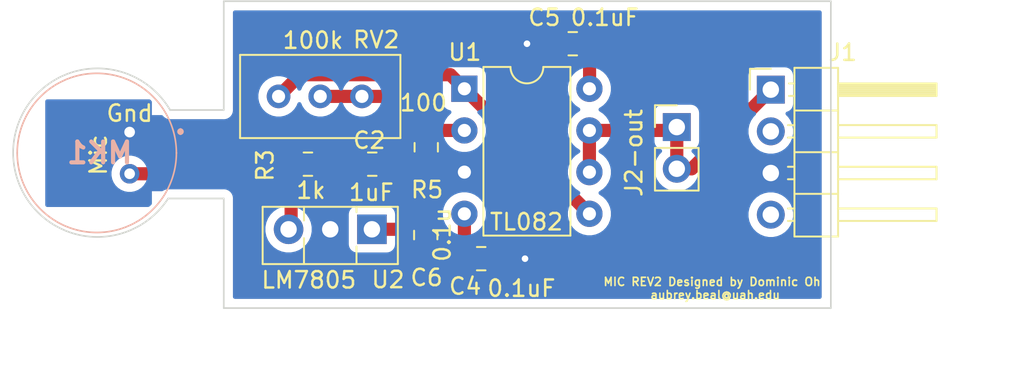
<source format=kicad_pcb>
(kicad_pcb (version 20171130) (host pcbnew "(5.1.6)-1")

  (general
    (thickness 1.6)
    (drawings 13)
    (tracks 42)
    (zones 0)
    (modules 12)
    (nets 10)
  )

  (page A4)
  (layers
    (0 F.Cu signal)
    (1 In1.Cu power)
    (2 In2.Cu power)
    (31 B.Cu mixed)
    (32 B.Adhes user)
    (33 F.Adhes user)
    (34 B.Paste user)
    (35 F.Paste user)
    (36 B.SilkS user)
    (37 F.SilkS user)
    (38 B.Mask user)
    (39 F.Mask user)
    (40 Dwgs.User user)
    (41 Cmts.User user)
    (42 Eco1.User user)
    (43 Eco2.User user)
    (44 Edge.Cuts user)
    (45 Margin user)
    (46 B.CrtYd user)
    (47 F.CrtYd user)
    (48 B.Fab user)
    (49 F.Fab user)
  )

  (setup
    (last_trace_width 0.25)
    (user_trace_width 0.8)
    (trace_clearance 0.2)
    (zone_clearance 0.508)
    (zone_45_only yes)
    (trace_min 0.2)
    (via_size 0.8)
    (via_drill 0.4)
    (via_min_size 0.4)
    (via_min_drill 0.3)
    (uvia_size 0.3)
    (uvia_drill 0.1)
    (uvias_allowed no)
    (uvia_min_size 0.2)
    (uvia_min_drill 0.1)
    (edge_width 0.1)
    (segment_width 0.2)
    (pcb_text_width 0.3)
    (pcb_text_size 1.5 1.5)
    (mod_edge_width 0.15)
    (mod_text_size 1 1)
    (mod_text_width 0.15)
    (pad_size 1.524 1.524)
    (pad_drill 0.762)
    (pad_to_mask_clearance 0)
    (aux_axis_origin 0 0)
    (visible_elements 7FFFFFFF)
    (pcbplotparams
      (layerselection 0x010fc_ffffffff)
      (usegerberextensions false)
      (usegerberattributes true)
      (usegerberadvancedattributes true)
      (creategerberjobfile true)
      (excludeedgelayer true)
      (linewidth 0.100000)
      (plotframeref false)
      (viasonmask false)
      (mode 1)
      (useauxorigin false)
      (hpglpennumber 1)
      (hpglpenspeed 20)
      (hpglpendiameter 15.000000)
      (psnegative false)
      (psa4output false)
      (plotreference true)
      (plotvalue true)
      (plotinvisibletext false)
      (padsonsilk false)
      (subtractmaskfromsilk false)
      (outputformat 1)
      (mirror false)
      (drillshape 1)
      (scaleselection 1)
      (outputdirectory ""))
  )

  (net 0 "")
  (net 1 "Net-(C2-Pad1)")
  (net 2 "Net-(C2-Pad2)")
  (net 3 GND)
  (net 4 -15V)
  (net 5 +15V)
  (net 6 OUT)
  (net 7 "Net-(R5-Pad2)")
  (net 8 "Net-(RV2-Pad3)")
  (net 9 "Net-(R3-Pad1)")

  (net_class Default "This is the default net class."
    (clearance 0.2)
    (trace_width 0.25)
    (via_dia 0.8)
    (via_drill 0.4)
    (uvia_dia 0.3)
    (uvia_drill 0.1)
    (add_net +15V)
    (add_net -15V)
    (add_net GND)
    (add_net "Net-(C2-Pad1)")
    (add_net "Net-(C2-Pad2)")
    (add_net "Net-(R3-Pad1)")
    (add_net "Net-(R5-Pad2)")
    (add_net "Net-(RV2-Pad3)")
    (add_net OUT)
  )

  (module Capacitor_SMD:C_0805_2012Metric_Pad1.15x1.40mm_HandSolder (layer F.Cu) (tedit 5B36C52B) (tstamp 5FD65A67)
    (at 150.55 81.33 180)
    (descr "Capacitor SMD 0805 (2012 Metric), square (rectangular) end terminal, IPC_7351 nominal with elongated pad for handsoldering. (Body size source: https://docs.google.com/spreadsheets/d/1BsfQQcO9C6DZCsRaXUlFlo91Tg2WpOkGARC1WS5S8t0/edit?usp=sharing), generated with kicad-footprint-generator")
    (tags "capacitor handsolder")
    (path /5F15B492)
    (attr smd)
    (fp_text reference C2 (at 0.182 1.447) (layer F.SilkS)
      (effects (font (size 1 1) (thickness 0.15)))
    )
    (fp_text value 1uF (at 0.055 -1.728) (layer F.SilkS)
      (effects (font (size 1 1) (thickness 0.15)))
    )
    (fp_line (start -1 0.6) (end -1 -0.6) (layer F.Fab) (width 0.1))
    (fp_line (start -1 -0.6) (end 1 -0.6) (layer F.Fab) (width 0.1))
    (fp_line (start 1 -0.6) (end 1 0.6) (layer F.Fab) (width 0.1))
    (fp_line (start 1 0.6) (end -1 0.6) (layer F.Fab) (width 0.1))
    (fp_line (start -0.261252 -0.71) (end 0.261252 -0.71) (layer F.SilkS) (width 0.12))
    (fp_line (start -0.261252 0.71) (end 0.261252 0.71) (layer F.SilkS) (width 0.12))
    (fp_line (start -1.85 0.95) (end -1.85 -0.95) (layer F.CrtYd) (width 0.05))
    (fp_line (start -1.85 -0.95) (end 1.85 -0.95) (layer F.CrtYd) (width 0.05))
    (fp_line (start 1.85 -0.95) (end 1.85 0.95) (layer F.CrtYd) (width 0.05))
    (fp_line (start 1.85 0.95) (end -1.85 0.95) (layer F.CrtYd) (width 0.05))
    (fp_text user %R (at 0 0) (layer F.Fab)
      (effects (font (size 0.5 0.5) (thickness 0.08)))
    )
    (pad 1 smd roundrect (at -1.025 0 180) (size 1.15 1.4) (layers F.Cu F.Paste F.Mask) (roundrect_rratio 0.217391)
      (net 1 "Net-(C2-Pad1)"))
    (pad 2 smd roundrect (at 1.025 0 180) (size 1.15 1.4) (layers F.Cu F.Paste F.Mask) (roundrect_rratio 0.217391)
      (net 2 "Net-(C2-Pad2)"))
    (model ${KISYS3DMOD}/Capacitor_SMD.3dshapes/C_0805_2012Metric.wrl
      (at (xyz 0 0 0))
      (scale (xyz 1 1 1))
      (rotate (xyz 0 0 0))
    )
  )

  (module Capacitor_SMD:C_0805_2012Metric_Pad1.15x1.40mm_HandSolder (layer F.Cu) (tedit 5B36C52B) (tstamp 5FD65A78)
    (at 157.19 87.09 180)
    (descr "Capacitor SMD 0805 (2012 Metric), square (rectangular) end terminal, IPC_7351 nominal with elongated pad for handsoldering. (Body size source: https://docs.google.com/spreadsheets/d/1BsfQQcO9C6DZCsRaXUlFlo91Tg2WpOkGARC1WS5S8t0/edit?usp=sharing), generated with kicad-footprint-generator")
    (tags "capacitor handsolder")
    (path /5F01F654)
    (attr smd)
    (fp_text reference C4 (at 0.98 -1.683) (layer F.SilkS)
      (effects (font (size 1 1) (thickness 0.15)))
    )
    (fp_text value 0.1uF (at -2.449 -1.81) (layer F.SilkS)
      (effects (font (size 1 1) (thickness 0.15)))
    )
    (fp_line (start -1 0.6) (end -1 -0.6) (layer F.Fab) (width 0.1))
    (fp_line (start -1 -0.6) (end 1 -0.6) (layer F.Fab) (width 0.1))
    (fp_line (start 1 -0.6) (end 1 0.6) (layer F.Fab) (width 0.1))
    (fp_line (start 1 0.6) (end -1 0.6) (layer F.Fab) (width 0.1))
    (fp_line (start -0.261252 -0.71) (end 0.261252 -0.71) (layer F.SilkS) (width 0.12))
    (fp_line (start -0.261252 0.71) (end 0.261252 0.71) (layer F.SilkS) (width 0.12))
    (fp_line (start -1.85 0.95) (end -1.85 -0.95) (layer F.CrtYd) (width 0.05))
    (fp_line (start -1.85 -0.95) (end 1.85 -0.95) (layer F.CrtYd) (width 0.05))
    (fp_line (start 1.85 -0.95) (end 1.85 0.95) (layer F.CrtYd) (width 0.05))
    (fp_line (start 1.85 0.95) (end -1.85 0.95) (layer F.CrtYd) (width 0.05))
    (fp_text user %R (at 0 0) (layer F.Fab)
      (effects (font (size 0.5 0.5) (thickness 0.08)))
    )
    (pad 1 smd roundrect (at -1.025 0 180) (size 1.15 1.4) (layers F.Cu F.Paste F.Mask) (roundrect_rratio 0.217391)
      (net 3 GND))
    (pad 2 smd roundrect (at 1.025 0 180) (size 1.15 1.4) (layers F.Cu F.Paste F.Mask) (roundrect_rratio 0.217391)
      (net 4 -15V))
    (model ${KISYS3DMOD}/Capacitor_SMD.3dshapes/C_0805_2012Metric.wrl
      (at (xyz 0 0 0))
      (scale (xyz 1 1 1))
      (rotate (xyz 0 0 0))
    )
  )

  (module Capacitor_SMD:C_0805_2012Metric_Pad1.15x1.40mm_HandSolder (layer F.Cu) (tedit 5B36C52B) (tstamp 5FD65A89)
    (at 162.77 73.99)
    (descr "Capacitor SMD 0805 (2012 Metric), square (rectangular) end terminal, IPC_7351 nominal with elongated pad for handsoldering. (Body size source: https://docs.google.com/spreadsheets/d/1BsfQQcO9C6DZCsRaXUlFlo91Tg2WpOkGARC1WS5S8t0/edit?usp=sharing), generated with kicad-footprint-generator")
    (tags "capacitor handsolder")
    (path /5F01E00A)
    (attr smd)
    (fp_text reference C5 (at -1.734 -1.6) (layer F.SilkS)
      (effects (font (size 1 1) (thickness 0.15)))
    )
    (fp_text value 0.1uF (at 1.949 -1.6) (layer F.SilkS)
      (effects (font (size 1 1) (thickness 0.15)))
    )
    (fp_line (start 1.85 0.95) (end -1.85 0.95) (layer F.CrtYd) (width 0.05))
    (fp_line (start 1.85 -0.95) (end 1.85 0.95) (layer F.CrtYd) (width 0.05))
    (fp_line (start -1.85 -0.95) (end 1.85 -0.95) (layer F.CrtYd) (width 0.05))
    (fp_line (start -1.85 0.95) (end -1.85 -0.95) (layer F.CrtYd) (width 0.05))
    (fp_line (start -0.261252 0.71) (end 0.261252 0.71) (layer F.SilkS) (width 0.12))
    (fp_line (start -0.261252 -0.71) (end 0.261252 -0.71) (layer F.SilkS) (width 0.12))
    (fp_line (start 1 0.6) (end -1 0.6) (layer F.Fab) (width 0.1))
    (fp_line (start 1 -0.6) (end 1 0.6) (layer F.Fab) (width 0.1))
    (fp_line (start -1 -0.6) (end 1 -0.6) (layer F.Fab) (width 0.1))
    (fp_line (start -1 0.6) (end -1 -0.6) (layer F.Fab) (width 0.1))
    (fp_text user %R (at 0 0) (layer F.Fab)
      (effects (font (size 0.5 0.5) (thickness 0.08)))
    )
    (pad 2 smd roundrect (at 1.025 0) (size 1.15 1.4) (layers F.Cu F.Paste F.Mask) (roundrect_rratio 0.217391)
      (net 5 +15V))
    (pad 1 smd roundrect (at -1.025 0) (size 1.15 1.4) (layers F.Cu F.Paste F.Mask) (roundrect_rratio 0.217391)
      (net 3 GND))
    (model ${KISYS3DMOD}/Capacitor_SMD.3dshapes/C_0805_2012Metric.wrl
      (at (xyz 0 0 0))
      (scale (xyz 1 1 1))
      (rotate (xyz 0 0 0))
    )
  )

  (module Capacitor_SMD:C_0805_2012Metric_Pad1.15x1.40mm_HandSolder (layer F.Cu) (tedit 5B36C52B) (tstamp 5FD65A9A)
    (at 153.81 85.65 90)
    (descr "Capacitor SMD 0805 (2012 Metric), square (rectangular) end terminal, IPC_7351 nominal with elongated pad for handsoldering. (Body size source: https://docs.google.com/spreadsheets/d/1BsfQQcO9C6DZCsRaXUlFlo91Tg2WpOkGARC1WS5S8t0/edit?usp=sharing), generated with kicad-footprint-generator")
    (tags "capacitor handsolder")
    (path /5F063BC3)
    (attr smd)
    (fp_text reference C6 (at -2.595 0.05 180) (layer F.SilkS)
      (effects (font (size 1 1) (thickness 0.15)))
    )
    (fp_text value 0.1u (at 0.02 1.003 90) (layer F.SilkS)
      (effects (font (size 1 1) (thickness 0.15)))
    )
    (fp_line (start 1.85 0.95) (end -1.85 0.95) (layer F.CrtYd) (width 0.05))
    (fp_line (start 1.85 -0.95) (end 1.85 0.95) (layer F.CrtYd) (width 0.05))
    (fp_line (start -1.85 -0.95) (end 1.85 -0.95) (layer F.CrtYd) (width 0.05))
    (fp_line (start -1.85 0.95) (end -1.85 -0.95) (layer F.CrtYd) (width 0.05))
    (fp_line (start -0.261252 0.71) (end 0.261252 0.71) (layer F.SilkS) (width 0.12))
    (fp_line (start -0.261252 -0.71) (end 0.261252 -0.71) (layer F.SilkS) (width 0.12))
    (fp_line (start 1 0.6) (end -1 0.6) (layer F.Fab) (width 0.1))
    (fp_line (start 1 -0.6) (end 1 0.6) (layer F.Fab) (width 0.1))
    (fp_line (start -1 -0.6) (end 1 -0.6) (layer F.Fab) (width 0.1))
    (fp_line (start -1 0.6) (end -1 -0.6) (layer F.Fab) (width 0.1))
    (fp_text user %R (at 0 0 90) (layer F.Fab)
      (effects (font (size 0.5 0.5) (thickness 0.08)))
    )
    (pad 2 smd roundrect (at 1.025 0 90) (size 1.15 1.4) (layers F.Cu F.Paste F.Mask) (roundrect_rratio 0.217391)
      (net 5 +15V))
    (pad 1 smd roundrect (at -1.025 0 90) (size 1.15 1.4) (layers F.Cu F.Paste F.Mask) (roundrect_rratio 0.217391)
      (net 3 GND))
    (model ${KISYS3DMOD}/Capacitor_SMD.3dshapes/C_0805_2012Metric.wrl
      (at (xyz 0 0 0))
      (scale (xyz 1 1 1))
      (rotate (xyz 0 0 0))
    )
  )

  (module Connector_PinHeader_2.54mm:PinHeader_1x04_P2.54mm_Horizontal (layer F.Cu) (tedit 59FED5CB) (tstamp 5FD65AF8)
    (at 174.84 76.79)
    (descr "Through hole angled pin header, 1x04, 2.54mm pitch, 6mm pin length, single row")
    (tags "Through hole angled pin header THT 1x04 2.54mm single row")
    (path /5F01B192)
    (fp_text reference J1 (at 4.385 -2.27) (layer F.SilkS)
      (effects (font (size 1 1) (thickness 0.15)))
    )
    (fp_text value Conn_01x04_Male (at 4.385 9.89) (layer F.Fab)
      (effects (font (size 1 1) (thickness 0.15)))
    )
    (fp_line (start 2.135 -1.27) (end 4.04 -1.27) (layer F.Fab) (width 0.1))
    (fp_line (start 4.04 -1.27) (end 4.04 8.89) (layer F.Fab) (width 0.1))
    (fp_line (start 4.04 8.89) (end 1.5 8.89) (layer F.Fab) (width 0.1))
    (fp_line (start 1.5 8.89) (end 1.5 -0.635) (layer F.Fab) (width 0.1))
    (fp_line (start 1.5 -0.635) (end 2.135 -1.27) (layer F.Fab) (width 0.1))
    (fp_line (start -0.32 -0.32) (end 1.5 -0.32) (layer F.Fab) (width 0.1))
    (fp_line (start -0.32 -0.32) (end -0.32 0.32) (layer F.Fab) (width 0.1))
    (fp_line (start -0.32 0.32) (end 1.5 0.32) (layer F.Fab) (width 0.1))
    (fp_line (start 4.04 -0.32) (end 10.04 -0.32) (layer F.Fab) (width 0.1))
    (fp_line (start 10.04 -0.32) (end 10.04 0.32) (layer F.Fab) (width 0.1))
    (fp_line (start 4.04 0.32) (end 10.04 0.32) (layer F.Fab) (width 0.1))
    (fp_line (start -0.32 2.22) (end 1.5 2.22) (layer F.Fab) (width 0.1))
    (fp_line (start -0.32 2.22) (end -0.32 2.86) (layer F.Fab) (width 0.1))
    (fp_line (start -0.32 2.86) (end 1.5 2.86) (layer F.Fab) (width 0.1))
    (fp_line (start 4.04 2.22) (end 10.04 2.22) (layer F.Fab) (width 0.1))
    (fp_line (start 10.04 2.22) (end 10.04 2.86) (layer F.Fab) (width 0.1))
    (fp_line (start 4.04 2.86) (end 10.04 2.86) (layer F.Fab) (width 0.1))
    (fp_line (start -0.32 4.76) (end 1.5 4.76) (layer F.Fab) (width 0.1))
    (fp_line (start -0.32 4.76) (end -0.32 5.4) (layer F.Fab) (width 0.1))
    (fp_line (start -0.32 5.4) (end 1.5 5.4) (layer F.Fab) (width 0.1))
    (fp_line (start 4.04 4.76) (end 10.04 4.76) (layer F.Fab) (width 0.1))
    (fp_line (start 10.04 4.76) (end 10.04 5.4) (layer F.Fab) (width 0.1))
    (fp_line (start 4.04 5.4) (end 10.04 5.4) (layer F.Fab) (width 0.1))
    (fp_line (start -0.32 7.3) (end 1.5 7.3) (layer F.Fab) (width 0.1))
    (fp_line (start -0.32 7.3) (end -0.32 7.94) (layer F.Fab) (width 0.1))
    (fp_line (start -0.32 7.94) (end 1.5 7.94) (layer F.Fab) (width 0.1))
    (fp_line (start 4.04 7.3) (end 10.04 7.3) (layer F.Fab) (width 0.1))
    (fp_line (start 10.04 7.3) (end 10.04 7.94) (layer F.Fab) (width 0.1))
    (fp_line (start 4.04 7.94) (end 10.04 7.94) (layer F.Fab) (width 0.1))
    (fp_line (start 1.44 -1.33) (end 1.44 8.95) (layer F.SilkS) (width 0.12))
    (fp_line (start 1.44 8.95) (end 4.1 8.95) (layer F.SilkS) (width 0.12))
    (fp_line (start 4.1 8.95) (end 4.1 -1.33) (layer F.SilkS) (width 0.12))
    (fp_line (start 4.1 -1.33) (end 1.44 -1.33) (layer F.SilkS) (width 0.12))
    (fp_line (start 4.1 -0.38) (end 10.1 -0.38) (layer F.SilkS) (width 0.12))
    (fp_line (start 10.1 -0.38) (end 10.1 0.38) (layer F.SilkS) (width 0.12))
    (fp_line (start 10.1 0.38) (end 4.1 0.38) (layer F.SilkS) (width 0.12))
    (fp_line (start 4.1 -0.32) (end 10.1 -0.32) (layer F.SilkS) (width 0.12))
    (fp_line (start 4.1 -0.2) (end 10.1 -0.2) (layer F.SilkS) (width 0.12))
    (fp_line (start 4.1 -0.08) (end 10.1 -0.08) (layer F.SilkS) (width 0.12))
    (fp_line (start 4.1 0.04) (end 10.1 0.04) (layer F.SilkS) (width 0.12))
    (fp_line (start 4.1 0.16) (end 10.1 0.16) (layer F.SilkS) (width 0.12))
    (fp_line (start 4.1 0.28) (end 10.1 0.28) (layer F.SilkS) (width 0.12))
    (fp_line (start 1.11 -0.38) (end 1.44 -0.38) (layer F.SilkS) (width 0.12))
    (fp_line (start 1.11 0.38) (end 1.44 0.38) (layer F.SilkS) (width 0.12))
    (fp_line (start 1.44 1.27) (end 4.1 1.27) (layer F.SilkS) (width 0.12))
    (fp_line (start 4.1 2.16) (end 10.1 2.16) (layer F.SilkS) (width 0.12))
    (fp_line (start 10.1 2.16) (end 10.1 2.92) (layer F.SilkS) (width 0.12))
    (fp_line (start 10.1 2.92) (end 4.1 2.92) (layer F.SilkS) (width 0.12))
    (fp_line (start 1.042929 2.16) (end 1.44 2.16) (layer F.SilkS) (width 0.12))
    (fp_line (start 1.042929 2.92) (end 1.44 2.92) (layer F.SilkS) (width 0.12))
    (fp_line (start 1.44 3.81) (end 4.1 3.81) (layer F.SilkS) (width 0.12))
    (fp_line (start 4.1 4.7) (end 10.1 4.7) (layer F.SilkS) (width 0.12))
    (fp_line (start 10.1 4.7) (end 10.1 5.46) (layer F.SilkS) (width 0.12))
    (fp_line (start 10.1 5.46) (end 4.1 5.46) (layer F.SilkS) (width 0.12))
    (fp_line (start 1.042929 4.7) (end 1.44 4.7) (layer F.SilkS) (width 0.12))
    (fp_line (start 1.042929 5.46) (end 1.44 5.46) (layer F.SilkS) (width 0.12))
    (fp_line (start 1.44 6.35) (end 4.1 6.35) (layer F.SilkS) (width 0.12))
    (fp_line (start 4.1 7.24) (end 10.1 7.24) (layer F.SilkS) (width 0.12))
    (fp_line (start 10.1 7.24) (end 10.1 8) (layer F.SilkS) (width 0.12))
    (fp_line (start 10.1 8) (end 4.1 8) (layer F.SilkS) (width 0.12))
    (fp_line (start 1.042929 7.24) (end 1.44 7.24) (layer F.SilkS) (width 0.12))
    (fp_line (start 1.042929 8) (end 1.44 8) (layer F.SilkS) (width 0.12))
    (fp_line (start -1.27 0) (end -1.27 -1.27) (layer F.SilkS) (width 0.12))
    (fp_line (start -1.27 -1.27) (end 0 -1.27) (layer F.SilkS) (width 0.12))
    (fp_line (start -1.8 -1.8) (end -1.8 9.4) (layer F.CrtYd) (width 0.05))
    (fp_line (start -1.8 9.4) (end 10.55 9.4) (layer F.CrtYd) (width 0.05))
    (fp_line (start 10.55 9.4) (end 10.55 -1.8) (layer F.CrtYd) (width 0.05))
    (fp_line (start 10.55 -1.8) (end -1.8 -1.8) (layer F.CrtYd) (width 0.05))
    (fp_text user %R (at 2.77 3.81 90) (layer F.Fab)
      (effects (font (size 1 1) (thickness 0.15)))
    )
    (pad 1 thru_hole rect (at 0 0) (size 1.7 1.7) (drill 1) (layers *.Cu *.Mask)
      (net 6 OUT))
    (pad 2 thru_hole oval (at 0 2.54) (size 1.7 1.7) (drill 1) (layers *.Cu *.Mask)
      (net 5 +15V))
    (pad 3 thru_hole oval (at 0 5.08) (size 1.7 1.7) (drill 1) (layers *.Cu *.Mask)
      (net 3 GND))
    (pad 4 thru_hole oval (at 0 7.62) (size 1.7 1.7) (drill 1) (layers *.Cu *.Mask)
      (net 4 -15V))
    (model ${KISYS3DMOD}/Connector_PinHeader_2.54mm.3dshapes/PinHeader_1x04_P2.54mm_Horizontal.wrl
      (at (xyz 0 0 0))
      (scale (xyz 1 1 1))
      (rotate (xyz 0 0 0))
    )
  )

  (module Connector_PinHeader_2.54mm:PinHeader_1x02_P2.54mm_Vertical (layer F.Cu) (tedit 59FED5CC) (tstamp 5FD65B0E)
    (at 169.11 79.07)
    (descr "Through hole straight pin header, 1x02, 2.54mm pitch, single row")
    (tags "Through hole pin header THT 1x02 2.54mm single row")
    (path /5F0065D8)
    (fp_text reference J2-out (at -2.613 1.575 90) (layer F.SilkS)
      (effects (font (size 1 1) (thickness 0.15)))
    )
    (fp_text value Conn_01x02_Male (at 2.64 1.48 90) (layer F.Fab)
      (effects (font (size 1 1) (thickness 0.15)))
    )
    (fp_line (start -0.635 -1.27) (end 1.27 -1.27) (layer F.Fab) (width 0.1))
    (fp_line (start 1.27 -1.27) (end 1.27 3.81) (layer F.Fab) (width 0.1))
    (fp_line (start 1.27 3.81) (end -1.27 3.81) (layer F.Fab) (width 0.1))
    (fp_line (start -1.27 3.81) (end -1.27 -0.635) (layer F.Fab) (width 0.1))
    (fp_line (start -1.27 -0.635) (end -0.635 -1.27) (layer F.Fab) (width 0.1))
    (fp_line (start -1.33 3.87) (end 1.33 3.87) (layer F.SilkS) (width 0.12))
    (fp_line (start -1.33 1.27) (end -1.33 3.87) (layer F.SilkS) (width 0.12))
    (fp_line (start 1.33 1.27) (end 1.33 3.87) (layer F.SilkS) (width 0.12))
    (fp_line (start -1.33 1.27) (end 1.33 1.27) (layer F.SilkS) (width 0.12))
    (fp_line (start -1.33 0) (end -1.33 -1.33) (layer F.SilkS) (width 0.12))
    (fp_line (start -1.33 -1.33) (end 0 -1.33) (layer F.SilkS) (width 0.12))
    (fp_line (start -1.8 -1.8) (end -1.8 4.35) (layer F.CrtYd) (width 0.05))
    (fp_line (start -1.8 4.35) (end 1.8 4.35) (layer F.CrtYd) (width 0.05))
    (fp_line (start 1.8 4.35) (end 1.8 -1.8) (layer F.CrtYd) (width 0.05))
    (fp_line (start 1.8 -1.8) (end -1.8 -1.8) (layer F.CrtYd) (width 0.05))
    (fp_text user %R (at 0 1.27 90) (layer F.Fab)
      (effects (font (size 1 1) (thickness 0.15)))
    )
    (pad 1 thru_hole rect (at 0 0) (size 1.7 1.7) (drill 1) (layers *.Cu *.Mask)
      (net 6 OUT))
    (pad 2 thru_hole oval (at 0 2.54) (size 1.7 1.7) (drill 1) (layers *.Cu *.Mask)
      (net 6 OUT))
    (model ${KISYS3DMOD}/Connector_PinHeader_2.54mm.3dshapes/PinHeader_1x02_P2.54mm_Vertical.wrl
      (at (xyz 0 0 0))
      (scale (xyz 1 1 1))
      (rotate (xyz 0 0 0))
    )
  )

  (module SamacSys_Parts:CMA6542PF (layer B.Cu) (tedit 0) (tstamp 5FD65B25)
    (at 135.763 79.375 180)
    (descr CMA-6542PF)
    (tags Microphone)
    (path /5EFE1AF0)
    (fp_text reference MK1 (at 1.825 -1.27) (layer B.SilkS)
      (effects (font (size 1.27 1.27) (thickness 0.254)) (justify mirror))
    )
    (fp_text value Microphone_Condenser (at 1.825 -1.27) (layer B.SilkS) hide
      (effects (font (size 1.27 1.27) (thickness 0.254)) (justify mirror))
    )
    (fp_line (start -4.2 4.58) (end 7.85 4.58) (layer B.CrtYd) (width 0.1))
    (fp_line (start 7.85 4.58) (end 7.85 -7.12) (layer B.CrtYd) (width 0.1))
    (fp_line (start 7.85 -7.12) (end -4.2 -7.12) (layer B.CrtYd) (width 0.1))
    (fp_line (start -4.2 -7.12) (end -4.2 4.58) (layer B.CrtYd) (width 0.1))
    (fp_line (start 6.85 -1.27) (end 6.85 -1.27) (layer B.Fab) (width 0.2))
    (fp_line (start -2.85 -1.27) (end -2.85 -1.27) (layer B.Fab) (width 0.2))
    (fp_line (start -2.85 -1.27) (end -2.85 -1.27) (layer B.SilkS) (width 0.1))
    (fp_line (start 6.85 -1.27) (end 6.85 -1.27) (layer B.SilkS) (width 0.1))
    (fp_line (start -3.1 0.13) (end -3.1 0.13) (layer B.SilkS) (width 0.2))
    (fp_line (start -3.1 -0.07) (end -3.1 -0.07) (layer B.SilkS) (width 0.2))
    (fp_text user %R (at 1.825 -1.27) (layer B.Fab)
      (effects (font (size 1.27 1.27) (thickness 0.254)) (justify mirror))
    )
    (fp_arc (start 2 -1.27) (end 6.85 -1.27) (angle -180) (layer B.Fab) (width 0.2))
    (fp_arc (start 2 -1.27) (end -2.85 -1.27) (angle -180) (layer B.Fab) (width 0.2))
    (fp_arc (start 2 -1.27) (end -2.85 -1.27) (angle -180) (layer B.SilkS) (width 0.1))
    (fp_arc (start 2 -1.27) (end 6.85 -1.27) (angle -180) (layer B.SilkS) (width 0.1))
    (fp_arc (start -3.1 0.03) (end -3.1 0.13) (angle -180) (layer B.SilkS) (width 0.2))
    (fp_arc (start -3.1 0.03) (end -3.1 -0.07) (angle -180) (layer B.SilkS) (width 0.2))
    (pad 1 thru_hole circle (at 0 0 180) (size 1.192 1.192) (drill 0.65) (layers *.Cu *.Mask)
      (net 3 GND))
    (pad 2 thru_hole circle (at 0 -2.54 180) (size 1.192 1.192) (drill 0.65) (layers *.Cu *.Mask)
      (net 2 "Net-(C2-Pad2)"))
    (model "C:\\Users\\Dominic\\Desktop\\Work\\Mouser Download\\SamacSys_Parts.3dshapes\\CMA-6542PF.stp"
      (at (xyz 0 0 0))
      (scale (xyz 1 1 1))
      (rotate (xyz 0 0 0))
    )
  )

  (module Resistor_SMD:R_0805_2012Metric_Pad1.15x1.40mm_HandSolder (layer F.Cu) (tedit 5B36C52B) (tstamp 5FD65B36)
    (at 146.63 81.33)
    (descr "Resistor SMD 0805 (2012 Metric), square (rectangular) end terminal, IPC_7351 nominal with elongated pad for handsoldering. (Body size source: https://docs.google.com/spreadsheets/d/1BsfQQcO9C6DZCsRaXUlFlo91Tg2WpOkGARC1WS5S8t0/edit?usp=sharing), generated with kicad-footprint-generator")
    (tags "resistor handsolder")
    (path /5F15C3F6)
    (attr smd)
    (fp_text reference R3 (at -2.612 0.077 90) (layer F.SilkS)
      (effects (font (size 1 1) (thickness 0.15)))
    )
    (fp_text value 1k (at 0.182 1.601) (layer F.SilkS)
      (effects (font (size 1 1) (thickness 0.15)))
    )
    (fp_line (start 1.85 0.95) (end -1.85 0.95) (layer F.CrtYd) (width 0.05))
    (fp_line (start 1.85 -0.95) (end 1.85 0.95) (layer F.CrtYd) (width 0.05))
    (fp_line (start -1.85 -0.95) (end 1.85 -0.95) (layer F.CrtYd) (width 0.05))
    (fp_line (start -1.85 0.95) (end -1.85 -0.95) (layer F.CrtYd) (width 0.05))
    (fp_line (start -0.261252 0.71) (end 0.261252 0.71) (layer F.SilkS) (width 0.12))
    (fp_line (start -0.261252 -0.71) (end 0.261252 -0.71) (layer F.SilkS) (width 0.12))
    (fp_line (start 1 0.6) (end -1 0.6) (layer F.Fab) (width 0.1))
    (fp_line (start 1 -0.6) (end 1 0.6) (layer F.Fab) (width 0.1))
    (fp_line (start -1 -0.6) (end 1 -0.6) (layer F.Fab) (width 0.1))
    (fp_line (start -1 0.6) (end -1 -0.6) (layer F.Fab) (width 0.1))
    (fp_text user %R (at 0 0) (layer F.Fab)
      (effects (font (size 0.5 0.5) (thickness 0.08)))
    )
    (pad 2 smd roundrect (at 1.025 0) (size 1.15 1.4) (layers F.Cu F.Paste F.Mask) (roundrect_rratio 0.217391)
      (net 2 "Net-(C2-Pad2)"))
    (pad 1 smd roundrect (at -1.025 0) (size 1.15 1.4) (layers F.Cu F.Paste F.Mask) (roundrect_rratio 0.217391)
      (net 9 "Net-(R3-Pad1)"))
    (model ${KISYS3DMOD}/Resistor_SMD.3dshapes/R_0805_2012Metric.wrl
      (at (xyz 0 0 0))
      (scale (xyz 1 1 1))
      (rotate (xyz 0 0 0))
    )
  )

  (module Resistor_SMD:R_0805_2012Metric_Pad1.15x1.40mm_HandSolder (layer F.Cu) (tedit 5B36C52B) (tstamp 5FD65B47)
    (at 153.84 80.3 90)
    (descr "Resistor SMD 0805 (2012 Metric), square (rectangular) end terminal, IPC_7351 nominal with elongated pad for handsoldering. (Body size source: https://docs.google.com/spreadsheets/d/1BsfQQcO9C6DZCsRaXUlFlo91Tg2WpOkGARC1WS5S8t0/edit?usp=sharing), generated with kicad-footprint-generator")
    (tags "resistor handsolder")
    (path /5F0C67F6)
    (attr smd)
    (fp_text reference R5 (at -2.59 0.05 180) (layer F.SilkS)
      (effects (font (size 1 1) (thickness 0.15)))
    )
    (fp_text value 100 (at 2.703 -0.17 180) (layer F.SilkS)
      (effects (font (size 1 1) (thickness 0.15)))
    )
    (fp_line (start -1 0.6) (end -1 -0.6) (layer F.Fab) (width 0.1))
    (fp_line (start -1 -0.6) (end 1 -0.6) (layer F.Fab) (width 0.1))
    (fp_line (start 1 -0.6) (end 1 0.6) (layer F.Fab) (width 0.1))
    (fp_line (start 1 0.6) (end -1 0.6) (layer F.Fab) (width 0.1))
    (fp_line (start -0.261252 -0.71) (end 0.261252 -0.71) (layer F.SilkS) (width 0.12))
    (fp_line (start -0.261252 0.71) (end 0.261252 0.71) (layer F.SilkS) (width 0.12))
    (fp_line (start -1.85 0.95) (end -1.85 -0.95) (layer F.CrtYd) (width 0.05))
    (fp_line (start -1.85 -0.95) (end 1.85 -0.95) (layer F.CrtYd) (width 0.05))
    (fp_line (start 1.85 -0.95) (end 1.85 0.95) (layer F.CrtYd) (width 0.05))
    (fp_line (start 1.85 0.95) (end -1.85 0.95) (layer F.CrtYd) (width 0.05))
    (fp_text user %R (at 0 0 90) (layer F.Fab)
      (effects (font (size 0.5 0.5) (thickness 0.08)))
    )
    (pad 1 smd roundrect (at -1.025 0 90) (size 1.15 1.4) (layers F.Cu F.Paste F.Mask) (roundrect_rratio 0.217391)
      (net 1 "Net-(C2-Pad1)"))
    (pad 2 smd roundrect (at 1.025 0 90) (size 1.15 1.4) (layers F.Cu F.Paste F.Mask) (roundrect_rratio 0.217391)
      (net 7 "Net-(R5-Pad2)"))
    (model ${KISYS3DMOD}/Resistor_SMD.3dshapes/R_0805_2012Metric.wrl
      (at (xyz 0 0 0))
      (scale (xyz 1 1 1))
      (rotate (xyz 0 0 0))
    )
  )

  (module Potentiometer_THT:Potentiometer_Bourns_3296W_Vertical (layer F.Cu) (tedit 5A3D4994) (tstamp 5FD65B6F)
    (at 149.92 77.2)
    (descr "Potentiometer, vertical, Bourns 3296W, https://www.bourns.com/pdfs/3296.pdf")
    (tags "Potentiometer vertical Bourns 3296W")
    (path /5F0C4351)
    (fp_text reference RV2 (at 0.87 -3.45) (layer F.SilkS)
      (effects (font (size 1 1) (thickness 0.15)))
    )
    (fp_text value 100k (at -2.981 -3.413) (layer F.SilkS)
      (effects (font (size 1 1) (thickness 0.15)))
    )
    (fp_circle (center 0.955 1.15) (end 2.05 1.15) (layer F.Fab) (width 0.1))
    (fp_line (start -7.305 -2.41) (end -7.305 2.42) (layer F.Fab) (width 0.1))
    (fp_line (start -7.305 2.42) (end 2.225 2.42) (layer F.Fab) (width 0.1))
    (fp_line (start 2.225 2.42) (end 2.225 -2.41) (layer F.Fab) (width 0.1))
    (fp_line (start 2.225 -2.41) (end -7.305 -2.41) (layer F.Fab) (width 0.1))
    (fp_line (start 0.955 2.235) (end 0.956 0.066) (layer F.Fab) (width 0.1))
    (fp_line (start 0.955 2.235) (end 0.956 0.066) (layer F.Fab) (width 0.1))
    (fp_line (start -7.425 -2.53) (end 2.345 -2.53) (layer F.SilkS) (width 0.12))
    (fp_line (start -7.425 2.54) (end 2.345 2.54) (layer F.SilkS) (width 0.12))
    (fp_line (start -7.425 -2.53) (end -7.425 2.54) (layer F.SilkS) (width 0.12))
    (fp_line (start 2.345 -2.53) (end 2.345 2.54) (layer F.SilkS) (width 0.12))
    (fp_line (start -7.6 -2.7) (end -7.6 2.7) (layer F.CrtYd) (width 0.05))
    (fp_line (start -7.6 2.7) (end 2.5 2.7) (layer F.CrtYd) (width 0.05))
    (fp_line (start 2.5 2.7) (end 2.5 -2.7) (layer F.CrtYd) (width 0.05))
    (fp_line (start 2.5 -2.7) (end -7.6 -2.7) (layer F.CrtYd) (width 0.05))
    (fp_text user %R (at -3.175 0.005) (layer F.Fab)
      (effects (font (size 1 1) (thickness 0.15)))
    )
    (pad 1 thru_hole circle (at 0 0) (size 1.44 1.44) (drill 0.8) (layers *.Cu *.Mask)
      (net 7 "Net-(R5-Pad2)"))
    (pad 2 thru_hole circle (at -2.54 0) (size 1.44 1.44) (drill 0.8) (layers *.Cu *.Mask)
      (net 7 "Net-(R5-Pad2)"))
    (pad 3 thru_hole circle (at -5.08 0) (size 1.44 1.44) (drill 0.8) (layers *.Cu *.Mask)
      (net 8 "Net-(RV2-Pad3)"))
    (model ${KISYS3DMOD}/Potentiometer_THT.3dshapes/Potentiometer_Bourns_3296W_Vertical.wrl
      (at (xyz 0 0 0))
      (scale (xyz 1 1 1))
      (rotate (xyz 0 0 0))
    )
  )

  (module Package_DIP:DIP-8_W7.62mm (layer F.Cu) (tedit 5A02E8C5) (tstamp 5FD65B8B)
    (at 156.165001 76.735001)
    (descr "8-lead though-hole mounted DIP package, row spacing 7.62 mm (300 mils)")
    (tags "THT DIP DIL PDIP 2.54mm 7.62mm 300mil")
    (path /5F0BF883)
    (fp_text reference U1 (at 0.024999 -2.225001) (layer F.SilkS)
      (effects (font (size 1 1) (thickness 0.15)))
    )
    (fp_text value TL082 (at 3.784999 8.114999) (layer F.SilkS)
      (effects (font (size 1 1) (thickness 0.15)))
    )
    (fp_line (start 1.635 -1.27) (end 6.985 -1.27) (layer F.Fab) (width 0.1))
    (fp_line (start 6.985 -1.27) (end 6.985 8.89) (layer F.Fab) (width 0.1))
    (fp_line (start 6.985 8.89) (end 0.635 8.89) (layer F.Fab) (width 0.1))
    (fp_line (start 0.635 8.89) (end 0.635 -0.27) (layer F.Fab) (width 0.1))
    (fp_line (start 0.635 -0.27) (end 1.635 -1.27) (layer F.Fab) (width 0.1))
    (fp_line (start 2.81 -1.33) (end 1.16 -1.33) (layer F.SilkS) (width 0.12))
    (fp_line (start 1.16 -1.33) (end 1.16 8.95) (layer F.SilkS) (width 0.12))
    (fp_line (start 1.16 8.95) (end 6.46 8.95) (layer F.SilkS) (width 0.12))
    (fp_line (start 6.46 8.95) (end 6.46 -1.33) (layer F.SilkS) (width 0.12))
    (fp_line (start 6.46 -1.33) (end 4.81 -1.33) (layer F.SilkS) (width 0.12))
    (fp_line (start -1.1 -1.55) (end -1.1 9.15) (layer F.CrtYd) (width 0.05))
    (fp_line (start -1.1 9.15) (end 8.7 9.15) (layer F.CrtYd) (width 0.05))
    (fp_line (start 8.7 9.15) (end 8.7 -1.55) (layer F.CrtYd) (width 0.05))
    (fp_line (start 8.7 -1.55) (end -1.1 -1.55) (layer F.CrtYd) (width 0.05))
    (fp_arc (start 3.81 -1.33) (end 2.81 -1.33) (angle -180) (layer F.SilkS) (width 0.12))
    (fp_text user %R (at 3.81 3.81) (layer F.Fab)
      (effects (font (size 1 1) (thickness 0.15)))
    )
    (pad 1 thru_hole rect (at 0 0) (size 1.6 1.6) (drill 0.8) (layers *.Cu *.Mask)
      (net 8 "Net-(RV2-Pad3)"))
    (pad 5 thru_hole oval (at 7.62 7.62) (size 1.6 1.6) (drill 0.8) (layers *.Cu *.Mask)
      (net 8 "Net-(RV2-Pad3)"))
    (pad 2 thru_hole oval (at 0 2.54) (size 1.6 1.6) (drill 0.8) (layers *.Cu *.Mask)
      (net 7 "Net-(R5-Pad2)"))
    (pad 6 thru_hole oval (at 7.62 5.08) (size 1.6 1.6) (drill 0.8) (layers *.Cu *.Mask)
      (net 6 OUT))
    (pad 3 thru_hole oval (at 0 5.08) (size 1.6 1.6) (drill 0.8) (layers *.Cu *.Mask)
      (net 3 GND))
    (pad 7 thru_hole oval (at 7.62 2.54) (size 1.6 1.6) (drill 0.8) (layers *.Cu *.Mask)
      (net 6 OUT))
    (pad 4 thru_hole oval (at 0 7.62) (size 1.6 1.6) (drill 0.8) (layers *.Cu *.Mask)
      (net 4 -15V))
    (pad 8 thru_hole oval (at 7.62 0) (size 1.6 1.6) (drill 0.8) (layers *.Cu *.Mask)
      (net 5 +15V))
    (model ${KISYS3DMOD}/Package_DIP.3dshapes/DIP-8_W7.62mm.wrl
      (at (xyz 0 0 0))
      (scale (xyz 1 1 1))
      (rotate (xyz 0 0 0))
    )
  )

  (module Package_TO_SOT_THT:TO-126-3_Vertical (layer F.Cu) (tedit 5AC8BA0D) (tstamp 5FD82675)
    (at 150.53 85.3 180)
    (descr "TO-126-3, Vertical, RM 2.54mm, see https://www.diodes.com/assets/Package-Files/TO126.pdf")
    (tags "TO-126-3 Vertical RM 2.54mm")
    (path /5F00B5A0)
    (fp_text reference U2 (at -0.981 -3.07 180) (layer F.SilkS)
      (effects (font (size 1 1) (thickness 0.15)))
    )
    (fp_text value LM7805 (at 3.845 -3.092) (layer F.SilkS)
      (effects (font (size 1 1) (thickness 0.15)))
    )
    (fp_line (start -1.46 -2) (end -1.46 1.25) (layer F.Fab) (width 0.1))
    (fp_line (start -1.46 1.25) (end 6.54 1.25) (layer F.Fab) (width 0.1))
    (fp_line (start 6.54 1.25) (end 6.54 -2) (layer F.Fab) (width 0.1))
    (fp_line (start 6.54 -2) (end -1.46 -2) (layer F.Fab) (width 0.1))
    (fp_line (start 0.94 -2) (end 0.94 1.25) (layer F.Fab) (width 0.1))
    (fp_line (start 4.14 -2) (end 4.14 1.25) (layer F.Fab) (width 0.1))
    (fp_line (start -1.58 -2.12) (end 6.66 -2.12) (layer F.SilkS) (width 0.12))
    (fp_line (start -1.58 1.37) (end 6.66 1.37) (layer F.SilkS) (width 0.12))
    (fp_line (start -1.58 -2.12) (end -1.58 1.37) (layer F.SilkS) (width 0.12))
    (fp_line (start 6.66 -2.12) (end 6.66 1.37) (layer F.SilkS) (width 0.12))
    (fp_line (start 0.94 -2.12) (end 0.94 -1.05) (layer F.SilkS) (width 0.12))
    (fp_line (start 0.94 1.05) (end 0.94 1.37) (layer F.SilkS) (width 0.12))
    (fp_line (start 4.141 -2.12) (end 4.141 -0.54) (layer F.SilkS) (width 0.12))
    (fp_line (start 4.141 0.54) (end 4.141 1.37) (layer F.SilkS) (width 0.12))
    (fp_line (start -1.71 -2.25) (end -1.71 1.5) (layer F.CrtYd) (width 0.05))
    (fp_line (start -1.71 1.5) (end 6.79 1.5) (layer F.CrtYd) (width 0.05))
    (fp_line (start 6.79 1.5) (end 6.79 -2.25) (layer F.CrtYd) (width 0.05))
    (fp_line (start 6.79 -2.25) (end -1.71 -2.25) (layer F.CrtYd) (width 0.05))
    (pad 1 thru_hole rect (at 0 0 180) (size 1.8 1.8) (drill 1) (layers *.Cu *.Mask)
      (net 5 +15V))
    (pad 2 thru_hole oval (at 2.54 0 180) (size 1.8 1.8) (drill 1) (layers *.Cu *.Mask)
      (net 3 GND))
    (pad 3 thru_hole oval (at 5.08 0 180) (size 1.8 1.8) (drill 1) (layers *.Cu *.Mask)
      (net 9 "Net-(R3-Pad1)"))
    (model ${KISYS3DMOD}/Package_TO_SOT_THT.3dshapes/TO-126-3_Vertical.wrl
      (at (xyz 0 0 0))
      (scale (xyz 1 1 1))
      (rotate (xyz 0 0 0))
    )
  )

  (gr_text Gnd (at 135.763 78.232) (layer F.SilkS)
    (effects (font (size 1 1) (thickness 0.15)))
  )
  (gr_text Mic (at 133.858 80.772 90) (layer F.SilkS)
    (effects (font (size 1 1) (thickness 0.15)))
  )
  (dimension 49.89 (width 0.15) (layer Dwgs.User)
    (gr_text "49.890 mm" (at 153.555 94.96) (layer Dwgs.User)
      (effects (font (size 1 1) (thickness 0.15)))
    )
    (feature1 (pts (xy 128.61 90.1) (xy 128.61 94.246421)))
    (feature2 (pts (xy 178.5 90.1) (xy 178.5 94.246421)))
    (crossbar (pts (xy 178.5 93.66) (xy 128.61 93.66)))
    (arrow1a (pts (xy 128.61 93.66) (xy 129.736504 93.073579)))
    (arrow1b (pts (xy 128.61 93.66) (xy 129.736504 94.246421)))
    (arrow2a (pts (xy 178.5 93.66) (xy 177.373496 93.073579)))
    (arrow2b (pts (xy 178.5 93.66) (xy 177.373496 94.246421)))
  )
  (dimension 18.7 (width 0.15) (layer Dwgs.User)
    (gr_text "18.700 mm" (at 188.92 80.75 270) (layer Dwgs.User)
      (effects (font (size 1 1) (thickness 0.15)))
    )
    (feature1 (pts (xy 178.5 90.1) (xy 188.206421 90.1)))
    (feature2 (pts (xy 178.5 71.4) (xy 188.206421 71.4)))
    (crossbar (pts (xy 187.62 71.4) (xy 187.62 90.1)))
    (arrow1a (pts (xy 187.62 90.1) (xy 187.033579 88.973496)))
    (arrow1b (pts (xy 187.62 90.1) (xy 188.206421 88.973496)))
    (arrow2a (pts (xy 187.62 71.4) (xy 187.033579 72.526504)))
    (arrow2b (pts (xy 187.62 71.4) (xy 188.206421 72.526504)))
  )
  (gr_text "MIC REV2 Designed by Dominic Oh \naubrey.beal@uah.edu" (at 171.45 88.9) (layer F.SilkS)
    (effects (font (size 0.5 0.5) (thickness 0.1)))
  )
  (gr_line (start 141.5 78.03) (end 141.5 71.4) (layer Edge.Cuts) (width 0.1) (tstamp 5FD84A22))
  (gr_line (start 141.5 83.421307) (end 141.5 90.1) (layer Edge.Cuts) (width 0.1) (tstamp 5FD84A19))
  (gr_line (start 138.112019 83.421307) (end 141.5 83.421307) (layer Edge.Cuts) (width 0.1))
  (gr_line (start 138.23 78.03) (end 141.5 78.03) (layer Edge.Cuts) (width 0.1))
  (gr_arc (start 133.8 80.63) (end 138.23 78.03) (angle -296.6747444) (layer Edge.Cuts) (width 0.1))
  (gr_line (start 178.5 90.1) (end 141.5 90.1) (layer Edge.Cuts) (width 0.1))
  (gr_line (start 178.5 71.4) (end 178.5 90.1) (layer Edge.Cuts) (width 0.1))
  (gr_line (start 141.5 71.4) (end 178.5 71.4) (layer Edge.Cuts) (width 0.1))

  (segment (start 151.58 81.325) (end 151.575 81.33) (width 0.8) (layer F.Cu) (net 1))
  (segment (start 153.84 81.325) (end 151.58 81.325) (width 0.8) (layer F.Cu) (net 1))
  (segment (start 147.655 81.33) (end 149.525 81.33) (width 0.8) (layer F.Cu) (net 2))
  (segment (start 147.582098 81.33) (end 147.655 81.33) (width 0.8) (layer F.Cu) (net 2))
  (segment (start 145.612098 79.36) (end 147.582098 81.33) (width 0.8) (layer F.Cu) (net 2))
  (segment (start 135.763 81.915) (end 139.827 81.915) (width 0.8) (layer F.Cu) (net 2))
  (segment (start 142.382 79.36) (end 145.612098 79.36) (width 0.8) (layer F.Cu) (net 2))
  (segment (start 139.827 81.915) (end 142.382 79.36) (width 0.8) (layer F.Cu) (net 2))
  (segment (start 161.745 73.99) (end 159.98 73.99) (width 0.8) (layer F.Cu) (net 3))
  (via (at 159.98 73.99) (size 0.8) (drill 0.4) (layers F.Cu B.Cu) (net 3))
  (segment (start 158.215 87.09) (end 159.86 87.09) (width 0.8) (layer F.Cu) (net 3))
  (via (at 159.86 87.09) (size 0.8) (drill 0.4) (layers F.Cu B.Cu) (net 3))
  (segment (start 156.91499 88.39001) (end 158.215 87.09) (width 0.8) (layer F.Cu) (net 3))
  (segment (start 154.95001 88.39001) (end 156.91499 88.39001) (width 0.8) (layer F.Cu) (net 3))
  (segment (start 153.81 87.25) (end 154.95001 88.39001) (width 0.8) (layer F.Cu) (net 3))
  (segment (start 153.81 86.675) (end 153.81 87.25) (width 0.8) (layer F.Cu) (net 3))
  (segment (start 156.165001 87.089999) (end 156.165 87.09) (width 0.8) (layer F.Cu) (net 4))
  (segment (start 156.165001 84.355001) (end 156.165001 87.089999) (width 0.8) (layer F.Cu) (net 4))
  (segment (start 163.795 76.725002) (end 163.785001 76.735001) (width 0.8) (layer F.Cu) (net 5))
  (segment (start 163.795 73.99) (end 163.795 76.725002) (width 0.8) (layer F.Cu) (net 5))
  (segment (start 153.135 85.3) (end 153.81 84.625) (width 0.8) (layer F.Cu) (net 5))
  (segment (start 150.53 85.3) (end 153.135 85.3) (width 0.8) (layer F.Cu) (net 5))
  (segment (start 168.825 81.325) (end 169.11 81.61) (width 0.8) (layer F.Cu) (net 6))
  (segment (start 170.02 81.61) (end 174.84 76.79) (width 0.8) (layer F.Cu) (net 6))
  (segment (start 169.11 81.61) (end 170.02 81.61) (width 0.8) (layer F.Cu) (net 6))
  (segment (start 163.785001 79.275001) (end 163.785001 81.815001) (width 0.8) (layer F.Cu) (net 6))
  (segment (start 168.905 79.275) (end 169.11 79.07) (width 0.8) (layer F.Cu) (net 6))
  (segment (start 166.06 79.275) (end 168.905 79.275) (width 0.8) (layer F.Cu) (net 6))
  (segment (start 166.059999 79.275001) (end 166.06 79.275) (width 0.8) (layer F.Cu) (net 6))
  (segment (start 163.785001 79.275001) (end 166.059999 79.275001) (width 0.8) (layer F.Cu) (net 6))
  (segment (start 169.11 79.07) (end 169.11 81.61) (width 0.8) (layer F.Cu) (net 6))
  (segment (start 156.165 79.275) (end 156.165001 79.275001) (width 0.8) (layer F.Cu) (net 7))
  (segment (start 153.84 79.275) (end 156.165 79.275) (width 0.8) (layer F.Cu) (net 7))
  (segment (start 147.38 77.2) (end 149.92 77.2) (width 0.8) (layer F.Cu) (net 7))
  (segment (start 151.765 77.2) (end 153.84 79.275) (width 0.8) (layer F.Cu) (net 7))
  (segment (start 149.92 77.2) (end 151.765 77.2) (width 0.8) (layer F.Cu) (net 7))
  (segment (start 155.309999 75.879999) (end 156.165001 76.735001) (width 0.8) (layer F.Cu) (net 8))
  (segment (start 146.160001 75.879999) (end 155.309999 75.879999) (width 0.8) (layer F.Cu) (net 8))
  (segment (start 144.84 77.2) (end 146.160001 75.879999) (width 0.8) (layer F.Cu) (net 8))
  (segment (start 156.165001 76.735001) (end 163.785001 84.355001) (width 0.8) (layer F.Cu) (net 8))
  (segment (start 145.605 85.145) (end 145.45 85.3) (width 0.8) (layer F.Cu) (net 9))
  (segment (start 145.605 81.33) (end 145.605 85.145) (width 0.8) (layer F.Cu) (net 9))

  (zone (net 3) (net_name GND) (layer In1.Cu) (tstamp 60E36B38) (hatch edge 0.508)
    (connect_pads yes (clearance 0.508))
    (min_thickness 0.254)
    (fill yes (arc_segments 32) (thermal_gap 0.508) (thermal_bridge_width 0.508))
    (polygon
      (pts
        (xy 178.35 89.96) (xy 141.58 89.96) (xy 141.58 82.98) (xy 137.12 82.98) (xy 137.12 83.94)
        (xy 130.62 83.94) (xy 130.62 77.38) (xy 137.12 77.38) (xy 137.12 78.34) (xy 141.58 78.34)
        (xy 141.58 71.49) (xy 178.35 71.49)
      )
    )
    (filled_polygon
      (pts
        (xy 177.815001 89.415) (xy 142.185 89.415) (xy 142.185 85.148816) (xy 143.915 85.148816) (xy 143.915 85.451184)
        (xy 143.973989 85.747743) (xy 144.089701 86.027095) (xy 144.257688 86.278505) (xy 144.471495 86.492312) (xy 144.722905 86.660299)
        (xy 145.002257 86.776011) (xy 145.298816 86.835) (xy 145.601184 86.835) (xy 145.897743 86.776011) (xy 146.177095 86.660299)
        (xy 146.428505 86.492312) (xy 146.642312 86.278505) (xy 146.810299 86.027095) (xy 146.926011 85.747743) (xy 146.985 85.451184)
        (xy 146.985 85.148816) (xy 146.926011 84.852257) (xy 146.810299 84.572905) (xy 146.694768 84.4) (xy 148.991928 84.4)
        (xy 148.991928 86.2) (xy 149.004188 86.324482) (xy 149.040498 86.44418) (xy 149.099463 86.554494) (xy 149.178815 86.651185)
        (xy 149.275506 86.730537) (xy 149.38582 86.789502) (xy 149.505518 86.825812) (xy 149.63 86.838072) (xy 151.43 86.838072)
        (xy 151.554482 86.825812) (xy 151.67418 86.789502) (xy 151.784494 86.730537) (xy 151.881185 86.651185) (xy 151.960537 86.554494)
        (xy 152.019502 86.44418) (xy 152.055812 86.324482) (xy 152.068072 86.2) (xy 152.068072 84.4) (xy 152.055812 84.275518)
        (xy 152.03705 84.213666) (xy 154.730001 84.213666) (xy 154.730001 84.496336) (xy 154.785148 84.773575) (xy 154.893321 85.034728)
        (xy 155.050364 85.26976) (xy 155.250242 85.469638) (xy 155.485274 85.626681) (xy 155.746427 85.734854) (xy 156.023666 85.790001)
        (xy 156.306336 85.790001) (xy 156.583575 85.734854) (xy 156.844728 85.626681) (xy 157.07976 85.469638) (xy 157.279638 85.26976)
        (xy 157.436681 85.034728) (xy 157.544854 84.773575) (xy 157.600001 84.496336) (xy 157.600001 84.213666) (xy 157.544854 83.936427)
        (xy 157.436681 83.675274) (xy 157.279638 83.440242) (xy 157.07976 83.240364) (xy 156.844728 83.083321) (xy 156.583575 82.975148)
        (xy 156.306336 82.920001) (xy 156.023666 82.920001) (xy 155.746427 82.975148) (xy 155.485274 83.083321) (xy 155.250242 83.240364)
        (xy 155.050364 83.440242) (xy 154.893321 83.675274) (xy 154.785148 83.936427) (xy 154.730001 84.213666) (xy 152.03705 84.213666)
        (xy 152.019502 84.15582) (xy 151.960537 84.045506) (xy 151.881185 83.948815) (xy 151.784494 83.869463) (xy 151.67418 83.810498)
        (xy 151.554482 83.774188) (xy 151.43 83.761928) (xy 149.63 83.761928) (xy 149.505518 83.774188) (xy 149.38582 83.810498)
        (xy 149.275506 83.869463) (xy 149.178815 83.948815) (xy 149.099463 84.045506) (xy 149.040498 84.15582) (xy 149.004188 84.275518)
        (xy 148.991928 84.4) (xy 146.694768 84.4) (xy 146.642312 84.321495) (xy 146.428505 84.107688) (xy 146.177095 83.939701)
        (xy 145.897743 83.823989) (xy 145.601184 83.765) (xy 145.298816 83.765) (xy 145.002257 83.823989) (xy 144.722905 83.939701)
        (xy 144.471495 84.107688) (xy 144.257688 84.321495) (xy 144.089701 84.572905) (xy 143.973989 84.852257) (xy 143.915 85.148816)
        (xy 142.185 85.148816) (xy 142.185 83.454954) (xy 142.188314 83.421307) (xy 142.175088 83.287024) (xy 142.135919 83.157901)
        (xy 142.072312 83.0389) (xy 141.986711 82.934596) (xy 141.882407 82.848995) (xy 141.763406 82.785388) (xy 141.634283 82.746219)
        (xy 141.533647 82.736307) (xy 141.5 82.732993) (xy 141.466353 82.736307) (xy 138.078372 82.736307) (xy 137.977736 82.746219)
        (xy 137.848613 82.785388) (xy 137.729612 82.848995) (xy 137.724732 82.853) (xy 137.12 82.853) (xy 137.095224 82.85544)
        (xy 137.071399 82.862667) (xy 137.049443 82.874403) (xy 137.030197 82.890197) (xy 137.014403 82.909443) (xy 137.002667 82.931399)
        (xy 136.99544 82.955224) (xy 136.993 82.98) (xy 136.993 83.718362) (xy 136.888202 83.813) (xy 130.747 83.813)
        (xy 130.747 81.793757) (xy 134.532 81.793757) (xy 134.532 82.036243) (xy 134.579307 82.274069) (xy 134.672102 82.498097)
        (xy 134.80682 82.699717) (xy 134.978283 82.87118) (xy 135.179903 83.005898) (xy 135.403931 83.098693) (xy 135.641757 83.146)
        (xy 135.884243 83.146) (xy 136.122069 83.098693) (xy 136.346097 83.005898) (xy 136.547717 82.87118) (xy 136.71918 82.699717)
        (xy 136.853898 82.498097) (xy 136.946693 82.274069) (xy 136.994 82.036243) (xy 136.994 81.793757) (xy 136.946693 81.555931)
        (xy 136.853898 81.331903) (xy 136.71918 81.130283) (xy 136.547717 80.95882) (xy 136.346097 80.824102) (xy 136.122069 80.731307)
        (xy 135.884243 80.684) (xy 135.641757 80.684) (xy 135.403931 80.731307) (xy 135.179903 80.824102) (xy 134.978283 80.95882)
        (xy 134.80682 81.130283) (xy 134.672102 81.331903) (xy 134.579307 81.555931) (xy 134.532 81.793757) (xy 130.747 81.793757)
        (xy 130.747 77.507) (xy 136.951575 77.507) (xy 136.993 77.552872) (xy 136.993 78.34) (xy 136.99544 78.364776)
        (xy 137.002667 78.388601) (xy 137.014403 78.410557) (xy 137.030197 78.429803) (xy 137.049443 78.445597) (xy 137.071399 78.457333)
        (xy 137.095224 78.46456) (xy 137.12 78.467) (xy 137.702492 78.467) (xy 137.743289 78.516711) (xy 137.847593 78.602312)
        (xy 137.966594 78.665919) (xy 138.095717 78.705088) (xy 138.196353 78.715) (xy 141.466353 78.715) (xy 141.5 78.718314)
        (xy 141.533647 78.715) (xy 141.634283 78.705088) (xy 141.763406 78.665919) (xy 141.882407 78.602312) (xy 141.986711 78.516711)
        (xy 142.072312 78.412407) (xy 142.135919 78.293406) (xy 142.175088 78.164283) (xy 142.182288 78.091185) (xy 142.185 78.063647)
        (xy 142.185 78.063646) (xy 142.188314 78.03) (xy 142.185 77.996353) (xy 142.185 77.066544) (xy 143.485 77.066544)
        (xy 143.485 77.333456) (xy 143.537072 77.595239) (xy 143.639215 77.841833) (xy 143.787503 78.063762) (xy 143.976238 78.252497)
        (xy 144.198167 78.400785) (xy 144.444761 78.502928) (xy 144.706544 78.555) (xy 144.973456 78.555) (xy 145.235239 78.502928)
        (xy 145.481833 78.400785) (xy 145.703762 78.252497) (xy 145.892497 78.063762) (xy 146.040785 77.841833) (xy 146.11 77.674734)
        (xy 146.179215 77.841833) (xy 146.327503 78.063762) (xy 146.516238 78.252497) (xy 146.738167 78.400785) (xy 146.984761 78.502928)
        (xy 147.246544 78.555) (xy 147.513456 78.555) (xy 147.775239 78.502928) (xy 148.021833 78.400785) (xy 148.243762 78.252497)
        (xy 148.432497 78.063762) (xy 148.580785 77.841833) (xy 148.65 77.674734) (xy 148.719215 77.841833) (xy 148.867503 78.063762)
        (xy 149.056238 78.252497) (xy 149.278167 78.400785) (xy 149.524761 78.502928) (xy 149.786544 78.555) (xy 150.053456 78.555)
        (xy 150.315239 78.502928) (xy 150.561833 78.400785) (xy 150.783762 78.252497) (xy 150.972497 78.063762) (xy 151.120785 77.841833)
        (xy 151.222928 77.595239) (xy 151.275 77.333456) (xy 151.275 77.066544) (xy 151.222928 76.804761) (xy 151.120785 76.558167)
        (xy 150.972497 76.336238) (xy 150.783762 76.147503) (xy 150.561833 75.999215) (xy 150.406808 75.935001) (xy 154.726929 75.935001)
        (xy 154.726929 77.535001) (xy 154.739189 77.659483) (xy 154.775499 77.779181) (xy 154.834464 77.889495) (xy 154.913816 77.986186)
        (xy 155.010507 78.065538) (xy 155.120821 78.124503) (xy 155.240519 78.160813) (xy 155.248962 78.161644) (xy 155.050364 78.360242)
        (xy 154.893321 78.595274) (xy 154.785148 78.856427) (xy 154.730001 79.133666) (xy 154.730001 79.416336) (xy 154.785148 79.693575)
        (xy 154.893321 79.954728) (xy 155.050364 80.18976) (xy 155.250242 80.389638) (xy 155.485274 80.546681) (xy 155.746427 80.654854)
        (xy 156.023666 80.710001) (xy 156.306336 80.710001) (xy 156.583575 80.654854) (xy 156.844728 80.546681) (xy 157.07976 80.389638)
        (xy 157.279638 80.18976) (xy 157.436681 79.954728) (xy 157.544854 79.693575) (xy 157.600001 79.416336) (xy 157.600001 79.133666)
        (xy 157.544854 78.856427) (xy 157.436681 78.595274) (xy 157.279638 78.360242) (xy 157.08104 78.161644) (xy 157.089483 78.160813)
        (xy 157.209181 78.124503) (xy 157.319495 78.065538) (xy 157.416186 77.986186) (xy 157.495538 77.889495) (xy 157.554503 77.779181)
        (xy 157.590813 77.659483) (xy 157.603073 77.535001) (xy 157.603073 76.593666) (xy 162.350001 76.593666) (xy 162.350001 76.876336)
        (xy 162.405148 77.153575) (xy 162.513321 77.414728) (xy 162.670364 77.64976) (xy 162.870242 77.849638) (xy 163.10276 78.005001)
        (xy 162.870242 78.160364) (xy 162.670364 78.360242) (xy 162.513321 78.595274) (xy 162.405148 78.856427) (xy 162.350001 79.133666)
        (xy 162.350001 79.416336) (xy 162.405148 79.693575) (xy 162.513321 79.954728) (xy 162.670364 80.18976) (xy 162.870242 80.389638)
        (xy 163.10276 80.545001) (xy 162.870242 80.700364) (xy 162.670364 80.900242) (xy 162.513321 81.135274) (xy 162.405148 81.396427)
        (xy 162.350001 81.673666) (xy 162.350001 81.956336) (xy 162.405148 82.233575) (xy 162.513321 82.494728) (xy 162.670364 82.72976)
        (xy 162.870242 82.929638) (xy 163.10276 83.085001) (xy 162.870242 83.240364) (xy 162.670364 83.440242) (xy 162.513321 83.675274)
        (xy 162.405148 83.936427) (xy 162.350001 84.213666) (xy 162.350001 84.496336) (xy 162.405148 84.773575) (xy 162.513321 85.034728)
        (xy 162.670364 85.26976) (xy 162.870242 85.469638) (xy 163.105274 85.626681) (xy 163.366427 85.734854) (xy 163.643666 85.790001)
        (xy 163.926336 85.790001) (xy 164.203575 85.734854) (xy 164.464728 85.626681) (xy 164.69976 85.469638) (xy 164.899638 85.26976)
        (xy 165.056681 85.034728) (xy 165.164854 84.773575) (xy 165.220001 84.496336) (xy 165.220001 84.26374) (xy 173.355 84.26374)
        (xy 173.355 84.55626) (xy 173.412068 84.843158) (xy 173.52401 85.113411) (xy 173.686525 85.356632) (xy 173.893368 85.563475)
        (xy 174.136589 85.72599) (xy 174.406842 85.837932) (xy 174.69374 85.895) (xy 174.98626 85.895) (xy 175.273158 85.837932)
        (xy 175.543411 85.72599) (xy 175.786632 85.563475) (xy 175.993475 85.356632) (xy 176.15599 85.113411) (xy 176.267932 84.843158)
        (xy 176.325 84.55626) (xy 176.325 84.26374) (xy 176.267932 83.976842) (xy 176.15599 83.706589) (xy 175.993475 83.463368)
        (xy 175.786632 83.256525) (xy 175.543411 83.09401) (xy 175.273158 82.982068) (xy 174.98626 82.925) (xy 174.69374 82.925)
        (xy 174.406842 82.982068) (xy 174.136589 83.09401) (xy 173.893368 83.256525) (xy 173.686525 83.463368) (xy 173.52401 83.706589)
        (xy 173.412068 83.976842) (xy 173.355 84.26374) (xy 165.220001 84.26374) (xy 165.220001 84.213666) (xy 165.164854 83.936427)
        (xy 165.056681 83.675274) (xy 164.899638 83.440242) (xy 164.69976 83.240364) (xy 164.467242 83.085001) (xy 164.69976 82.929638)
        (xy 164.899638 82.72976) (xy 165.056681 82.494728) (xy 165.164854 82.233575) (xy 165.220001 81.956336) (xy 165.220001 81.673666)
        (xy 165.164854 81.396427) (xy 165.056681 81.135274) (xy 164.899638 80.900242) (xy 164.69976 80.700364) (xy 164.467242 80.545001)
        (xy 164.69976 80.389638) (xy 164.899638 80.18976) (xy 165.056681 79.954728) (xy 165.164854 79.693575) (xy 165.220001 79.416336)
        (xy 165.220001 79.133666) (xy 165.164854 78.856427) (xy 165.056681 78.595274) (xy 164.899638 78.360242) (xy 164.759396 78.22)
        (xy 167.621928 78.22) (xy 167.621928 79.92) (xy 167.634188 80.044482) (xy 167.670498 80.16418) (xy 167.729463 80.274494)
        (xy 167.808815 80.371185) (xy 167.905506 80.450537) (xy 168.01582 80.509502) (xy 168.08838 80.531513) (xy 167.956525 80.663368)
        (xy 167.79401 80.906589) (xy 167.682068 81.176842) (xy 167.625 81.46374) (xy 167.625 81.75626) (xy 167.682068 82.043158)
        (xy 167.79401 82.313411) (xy 167.956525 82.556632) (xy 168.163368 82.763475) (xy 168.406589 82.92599) (xy 168.676842 83.037932)
        (xy 168.96374 83.095) (xy 169.25626 83.095) (xy 169.543158 83.037932) (xy 169.813411 82.92599) (xy 170.056632 82.763475)
        (xy 170.263475 82.556632) (xy 170.42599 82.313411) (xy 170.537932 82.043158) (xy 170.595 81.75626) (xy 170.595 81.46374)
        (xy 170.537932 81.176842) (xy 170.42599 80.906589) (xy 170.263475 80.663368) (xy 170.13162 80.531513) (xy 170.20418 80.509502)
        (xy 170.314494 80.450537) (xy 170.411185 80.371185) (xy 170.490537 80.274494) (xy 170.549502 80.16418) (xy 170.585812 80.044482)
        (xy 170.598072 79.92) (xy 170.598072 78.22) (xy 170.585812 78.095518) (xy 170.549502 77.97582) (xy 170.490537 77.865506)
        (xy 170.411185 77.768815) (xy 170.314494 77.689463) (xy 170.20418 77.630498) (xy 170.084482 77.594188) (xy 169.96 77.581928)
        (xy 168.26 77.581928) (xy 168.135518 77.594188) (xy 168.01582 77.630498) (xy 167.905506 77.689463) (xy 167.808815 77.768815)
        (xy 167.729463 77.865506) (xy 167.670498 77.97582) (xy 167.634188 78.095518) (xy 167.621928 78.22) (xy 164.759396 78.22)
        (xy 164.69976 78.160364) (xy 164.467242 78.005001) (xy 164.69976 77.849638) (xy 164.899638 77.64976) (xy 165.056681 77.414728)
        (xy 165.164854 77.153575) (xy 165.220001 76.876336) (xy 165.220001 76.593666) (xy 165.164854 76.316427) (xy 165.056681 76.055274)
        (xy 164.979658 75.94) (xy 173.351928 75.94) (xy 173.351928 77.64) (xy 173.364188 77.764482) (xy 173.400498 77.88418)
        (xy 173.459463 77.994494) (xy 173.538815 78.091185) (xy 173.635506 78.170537) (xy 173.74582 78.229502) (xy 173.81838 78.251513)
        (xy 173.686525 78.383368) (xy 173.52401 78.626589) (xy 173.412068 78.896842) (xy 173.355 79.18374) (xy 173.355 79.47626)
        (xy 173.412068 79.763158) (xy 173.52401 80.033411) (xy 173.686525 80.276632) (xy 173.893368 80.483475) (xy 174.136589 80.64599)
        (xy 174.406842 80.757932) (xy 174.69374 80.815) (xy 174.98626 80.815) (xy 175.273158 80.757932) (xy 175.543411 80.64599)
        (xy 175.786632 80.483475) (xy 175.993475 80.276632) (xy 176.15599 80.033411) (xy 176.267932 79.763158) (xy 176.325 79.47626)
        (xy 176.325 79.18374) (xy 176.267932 78.896842) (xy 176.15599 78.626589) (xy 175.993475 78.383368) (xy 175.86162 78.251513)
        (xy 175.93418 78.229502) (xy 176.044494 78.170537) (xy 176.141185 78.091185) (xy 176.220537 77.994494) (xy 176.279502 77.88418)
        (xy 176.315812 77.764482) (xy 176.328072 77.64) (xy 176.328072 75.94) (xy 176.315812 75.815518) (xy 176.279502 75.69582)
        (xy 176.220537 75.585506) (xy 176.141185 75.488815) (xy 176.044494 75.409463) (xy 175.93418 75.350498) (xy 175.814482 75.314188)
        (xy 175.69 75.301928) (xy 173.99 75.301928) (xy 173.865518 75.314188) (xy 173.74582 75.350498) (xy 173.635506 75.409463)
        (xy 173.538815 75.488815) (xy 173.459463 75.585506) (xy 173.400498 75.69582) (xy 173.364188 75.815518) (xy 173.351928 75.94)
        (xy 164.979658 75.94) (xy 164.899638 75.820242) (xy 164.69976 75.620364) (xy 164.464728 75.463321) (xy 164.203575 75.355148)
        (xy 163.926336 75.300001) (xy 163.643666 75.300001) (xy 163.366427 75.355148) (xy 163.105274 75.463321) (xy 162.870242 75.620364)
        (xy 162.670364 75.820242) (xy 162.513321 76.055274) (xy 162.405148 76.316427) (xy 162.350001 76.593666) (xy 157.603073 76.593666)
        (xy 157.603073 75.935001) (xy 157.590813 75.810519) (xy 157.554503 75.690821) (xy 157.495538 75.580507) (xy 157.416186 75.483816)
        (xy 157.319495 75.404464) (xy 157.209181 75.345499) (xy 157.089483 75.309189) (xy 156.965001 75.296929) (xy 155.365001 75.296929)
        (xy 155.240519 75.309189) (xy 155.120821 75.345499) (xy 155.010507 75.404464) (xy 154.913816 75.483816) (xy 154.834464 75.580507)
        (xy 154.775499 75.690821) (xy 154.739189 75.810519) (xy 154.726929 75.935001) (xy 150.406808 75.935001) (xy 150.315239 75.897072)
        (xy 150.053456 75.845) (xy 149.786544 75.845) (xy 149.524761 75.897072) (xy 149.278167 75.999215) (xy 149.056238 76.147503)
        (xy 148.867503 76.336238) (xy 148.719215 76.558167) (xy 148.65 76.725266) (xy 148.580785 76.558167) (xy 148.432497 76.336238)
        (xy 148.243762 76.147503) (xy 148.021833 75.999215) (xy 147.775239 75.897072) (xy 147.513456 75.845) (xy 147.246544 75.845)
        (xy 146.984761 75.897072) (xy 146.738167 75.999215) (xy 146.516238 76.147503) (xy 146.327503 76.336238) (xy 146.179215 76.558167)
        (xy 146.11 76.725266) (xy 146.040785 76.558167) (xy 145.892497 76.336238) (xy 145.703762 76.147503) (xy 145.481833 75.999215)
        (xy 145.235239 75.897072) (xy 144.973456 75.845) (xy 144.706544 75.845) (xy 144.444761 75.897072) (xy 144.198167 75.999215)
        (xy 143.976238 76.147503) (xy 143.787503 76.336238) (xy 143.639215 76.558167) (xy 143.537072 76.804761) (xy 143.485 77.066544)
        (xy 142.185 77.066544) (xy 142.185 72.085) (xy 177.815 72.085)
      )
    )
  )
  (zone (net 3) (net_name GND) (layer B.Cu) (tstamp 60E36B35) (hatch edge 0.508)
    (connect_pads yes (clearance 0.508))
    (min_thickness 0.254)
    (fill yes (arc_segments 32) (thermal_gap 0.508) (thermal_bridge_width 0.508))
    (polygon
      (pts
        (xy 178.35 89.96) (xy 141.58 89.96) (xy 141.58 82.98) (xy 137.12 82.98) (xy 137.12 83.94)
        (xy 130.62 83.94) (xy 130.62 77.38) (xy 137.12 77.38) (xy 137.12 78.34) (xy 141.58 78.34)
        (xy 141.58 71.49) (xy 178.35 71.49)
      )
    )
    (filled_polygon
      (pts
        (xy 177.815001 89.415) (xy 142.185 89.415) (xy 142.185 85.148816) (xy 143.915 85.148816) (xy 143.915 85.451184)
        (xy 143.973989 85.747743) (xy 144.089701 86.027095) (xy 144.257688 86.278505) (xy 144.471495 86.492312) (xy 144.722905 86.660299)
        (xy 145.002257 86.776011) (xy 145.298816 86.835) (xy 145.601184 86.835) (xy 145.897743 86.776011) (xy 146.177095 86.660299)
        (xy 146.428505 86.492312) (xy 146.642312 86.278505) (xy 146.810299 86.027095) (xy 146.926011 85.747743) (xy 146.985 85.451184)
        (xy 146.985 85.148816) (xy 146.926011 84.852257) (xy 146.810299 84.572905) (xy 146.694768 84.4) (xy 148.991928 84.4)
        (xy 148.991928 86.2) (xy 149.004188 86.324482) (xy 149.040498 86.44418) (xy 149.099463 86.554494) (xy 149.178815 86.651185)
        (xy 149.275506 86.730537) (xy 149.38582 86.789502) (xy 149.505518 86.825812) (xy 149.63 86.838072) (xy 151.43 86.838072)
        (xy 151.554482 86.825812) (xy 151.67418 86.789502) (xy 151.784494 86.730537) (xy 151.881185 86.651185) (xy 151.960537 86.554494)
        (xy 152.019502 86.44418) (xy 152.055812 86.324482) (xy 152.068072 86.2) (xy 152.068072 84.4) (xy 152.055812 84.275518)
        (xy 152.03705 84.213666) (xy 154.730001 84.213666) (xy 154.730001 84.496336) (xy 154.785148 84.773575) (xy 154.893321 85.034728)
        (xy 155.050364 85.26976) (xy 155.250242 85.469638) (xy 155.485274 85.626681) (xy 155.746427 85.734854) (xy 156.023666 85.790001)
        (xy 156.306336 85.790001) (xy 156.583575 85.734854) (xy 156.844728 85.626681) (xy 157.07976 85.469638) (xy 157.279638 85.26976)
        (xy 157.436681 85.034728) (xy 157.544854 84.773575) (xy 157.600001 84.496336) (xy 157.600001 84.213666) (xy 157.544854 83.936427)
        (xy 157.436681 83.675274) (xy 157.279638 83.440242) (xy 157.07976 83.240364) (xy 156.844728 83.083321) (xy 156.583575 82.975148)
        (xy 156.306336 82.920001) (xy 156.023666 82.920001) (xy 155.746427 82.975148) (xy 155.485274 83.083321) (xy 155.250242 83.240364)
        (xy 155.050364 83.440242) (xy 154.893321 83.675274) (xy 154.785148 83.936427) (xy 154.730001 84.213666) (xy 152.03705 84.213666)
        (xy 152.019502 84.15582) (xy 151.960537 84.045506) (xy 151.881185 83.948815) (xy 151.784494 83.869463) (xy 151.67418 83.810498)
        (xy 151.554482 83.774188) (xy 151.43 83.761928) (xy 149.63 83.761928) (xy 149.505518 83.774188) (xy 149.38582 83.810498)
        (xy 149.275506 83.869463) (xy 149.178815 83.948815) (xy 149.099463 84.045506) (xy 149.040498 84.15582) (xy 149.004188 84.275518)
        (xy 148.991928 84.4) (xy 146.694768 84.4) (xy 146.642312 84.321495) (xy 146.428505 84.107688) (xy 146.177095 83.939701)
        (xy 145.897743 83.823989) (xy 145.601184 83.765) (xy 145.298816 83.765) (xy 145.002257 83.823989) (xy 144.722905 83.939701)
        (xy 144.471495 84.107688) (xy 144.257688 84.321495) (xy 144.089701 84.572905) (xy 143.973989 84.852257) (xy 143.915 85.148816)
        (xy 142.185 85.148816) (xy 142.185 83.454954) (xy 142.188314 83.421307) (xy 142.175088 83.287024) (xy 142.135919 83.157901)
        (xy 142.072312 83.0389) (xy 141.986711 82.934596) (xy 141.882407 82.848995) (xy 141.763406 82.785388) (xy 141.634283 82.746219)
        (xy 141.533647 82.736307) (xy 141.5 82.732993) (xy 141.466353 82.736307) (xy 138.078372 82.736307) (xy 137.977736 82.746219)
        (xy 137.848613 82.785388) (xy 137.729612 82.848995) (xy 137.724732 82.853) (xy 137.12 82.853) (xy 137.095224 82.85544)
        (xy 137.071399 82.862667) (xy 137.049443 82.874403) (xy 137.030197 82.890197) (xy 137.014403 82.909443) (xy 137.002667 82.931399)
        (xy 136.99544 82.955224) (xy 136.993 82.98) (xy 136.993 83.718362) (xy 136.888202 83.813) (xy 130.747 83.813)
        (xy 130.747 81.793757) (xy 134.532 81.793757) (xy 134.532 82.036243) (xy 134.579307 82.274069) (xy 134.672102 82.498097)
        (xy 134.80682 82.699717) (xy 134.978283 82.87118) (xy 135.179903 83.005898) (xy 135.403931 83.098693) (xy 135.641757 83.146)
        (xy 135.884243 83.146) (xy 136.122069 83.098693) (xy 136.346097 83.005898) (xy 136.547717 82.87118) (xy 136.71918 82.699717)
        (xy 136.853898 82.498097) (xy 136.946693 82.274069) (xy 136.994 82.036243) (xy 136.994 81.793757) (xy 136.946693 81.555931)
        (xy 136.853898 81.331903) (xy 136.71918 81.130283) (xy 136.547717 80.95882) (xy 136.346097 80.824102) (xy 136.122069 80.731307)
        (xy 135.884243 80.684) (xy 135.641757 80.684) (xy 135.403931 80.731307) (xy 135.179903 80.824102) (xy 134.978283 80.95882)
        (xy 134.80682 81.130283) (xy 134.672102 81.331903) (xy 134.579307 81.555931) (xy 134.532 81.793757) (xy 130.747 81.793757)
        (xy 130.747 77.507) (xy 136.951575 77.507) (xy 136.993 77.552872) (xy 136.993 78.34) (xy 136.99544 78.364776)
        (xy 137.002667 78.388601) (xy 137.014403 78.410557) (xy 137.030197 78.429803) (xy 137.049443 78.445597) (xy 137.071399 78.457333)
        (xy 137.095224 78.46456) (xy 137.12 78.467) (xy 137.702492 78.467) (xy 137.743289 78.516711) (xy 137.847593 78.602312)
        (xy 137.966594 78.665919) (xy 138.095717 78.705088) (xy 138.196353 78.715) (xy 141.466353 78.715) (xy 141.5 78.718314)
        (xy 141.533647 78.715) (xy 141.634283 78.705088) (xy 141.763406 78.665919) (xy 141.882407 78.602312) (xy 141.986711 78.516711)
        (xy 142.072312 78.412407) (xy 142.135919 78.293406) (xy 142.175088 78.164283) (xy 142.182288 78.091185) (xy 142.185 78.063647)
        (xy 142.185 78.063646) (xy 142.188314 78.03) (xy 142.185 77.996353) (xy 142.185 77.066544) (xy 143.485 77.066544)
        (xy 143.485 77.333456) (xy 143.537072 77.595239) (xy 143.639215 77.841833) (xy 143.787503 78.063762) (xy 143.976238 78.252497)
        (xy 144.198167 78.400785) (xy 144.444761 78.502928) (xy 144.706544 78.555) (xy 144.973456 78.555) (xy 145.235239 78.502928)
        (xy 145.481833 78.400785) (xy 145.703762 78.252497) (xy 145.892497 78.063762) (xy 146.040785 77.841833) (xy 146.11 77.674734)
        (xy 146.179215 77.841833) (xy 146.327503 78.063762) (xy 146.516238 78.252497) (xy 146.738167 78.400785) (xy 146.984761 78.502928)
        (xy 147.246544 78.555) (xy 147.513456 78.555) (xy 147.775239 78.502928) (xy 148.021833 78.400785) (xy 148.243762 78.252497)
        (xy 148.432497 78.063762) (xy 148.580785 77.841833) (xy 148.65 77.674734) (xy 148.719215 77.841833) (xy 148.867503 78.063762)
        (xy 149.056238 78.252497) (xy 149.278167 78.400785) (xy 149.524761 78.502928) (xy 149.786544 78.555) (xy 150.053456 78.555)
        (xy 150.315239 78.502928) (xy 150.561833 78.400785) (xy 150.783762 78.252497) (xy 150.972497 78.063762) (xy 151.120785 77.841833)
        (xy 151.222928 77.595239) (xy 151.275 77.333456) (xy 151.275 77.066544) (xy 151.222928 76.804761) (xy 151.120785 76.558167)
        (xy 150.972497 76.336238) (xy 150.783762 76.147503) (xy 150.561833 75.999215) (xy 150.406808 75.935001) (xy 154.726929 75.935001)
        (xy 154.726929 77.535001) (xy 154.739189 77.659483) (xy 154.775499 77.779181) (xy 154.834464 77.889495) (xy 154.913816 77.986186)
        (xy 155.010507 78.065538) (xy 155.120821 78.124503) (xy 155.240519 78.160813) (xy 155.248962 78.161644) (xy 155.050364 78.360242)
        (xy 154.893321 78.595274) (xy 154.785148 78.856427) (xy 154.730001 79.133666) (xy 154.730001 79.416336) (xy 154.785148 79.693575)
        (xy 154.893321 79.954728) (xy 155.050364 80.18976) (xy 155.250242 80.389638) (xy 155.485274 80.546681) (xy 155.746427 80.654854)
        (xy 156.023666 80.710001) (xy 156.306336 80.710001) (xy 156.583575 80.654854) (xy 156.844728 80.546681) (xy 157.07976 80.389638)
        (xy 157.279638 80.18976) (xy 157.436681 79.954728) (xy 157.544854 79.693575) (xy 157.600001 79.416336) (xy 157.600001 79.133666)
        (xy 157.544854 78.856427) (xy 157.436681 78.595274) (xy 157.279638 78.360242) (xy 157.08104 78.161644) (xy 157.089483 78.160813)
        (xy 157.209181 78.124503) (xy 157.319495 78.065538) (xy 157.416186 77.986186) (xy 157.495538 77.889495) (xy 157.554503 77.779181)
        (xy 157.590813 77.659483) (xy 157.603073 77.535001) (xy 157.603073 76.593666) (xy 162.350001 76.593666) (xy 162.350001 76.876336)
        (xy 162.405148 77.153575) (xy 162.513321 77.414728) (xy 162.670364 77.64976) (xy 162.870242 77.849638) (xy 163.10276 78.005001)
        (xy 162.870242 78.160364) (xy 162.670364 78.360242) (xy 162.513321 78.595274) (xy 162.405148 78.856427) (xy 162.350001 79.133666)
        (xy 162.350001 79.416336) (xy 162.405148 79.693575) (xy 162.513321 79.954728) (xy 162.670364 80.18976) (xy 162.870242 80.389638)
        (xy 163.10276 80.545001) (xy 162.870242 80.700364) (xy 162.670364 80.900242) (xy 162.513321 81.135274) (xy 162.405148 81.396427)
        (xy 162.350001 81.673666) (xy 162.350001 81.956336) (xy 162.405148 82.233575) (xy 162.513321 82.494728) (xy 162.670364 82.72976)
        (xy 162.870242 82.929638) (xy 163.10276 83.085001) (xy 162.870242 83.240364) (xy 162.670364 83.440242) (xy 162.513321 83.675274)
        (xy 162.405148 83.936427) (xy 162.350001 84.213666) (xy 162.350001 84.496336) (xy 162.405148 84.773575) (xy 162.513321 85.034728)
        (xy 162.670364 85.26976) (xy 162.870242 85.469638) (xy 163.105274 85.626681) (xy 163.366427 85.734854) (xy 163.643666 85.790001)
        (xy 163.926336 85.790001) (xy 164.203575 85.734854) (xy 164.464728 85.626681) (xy 164.69976 85.469638) (xy 164.899638 85.26976)
        (xy 165.056681 85.034728) (xy 165.164854 84.773575) (xy 165.220001 84.496336) (xy 165.220001 84.26374) (xy 173.355 84.26374)
        (xy 173.355 84.55626) (xy 173.412068 84.843158) (xy 173.52401 85.113411) (xy 173.686525 85.356632) (xy 173.893368 85.563475)
        (xy 174.136589 85.72599) (xy 174.406842 85.837932) (xy 174.69374 85.895) (xy 174.98626 85.895) (xy 175.273158 85.837932)
        (xy 175.543411 85.72599) (xy 175.786632 85.563475) (xy 175.993475 85.356632) (xy 176.15599 85.113411) (xy 176.267932 84.843158)
        (xy 176.325 84.55626) (xy 176.325 84.26374) (xy 176.267932 83.976842) (xy 176.15599 83.706589) (xy 175.993475 83.463368)
        (xy 175.786632 83.256525) (xy 175.543411 83.09401) (xy 175.273158 82.982068) (xy 174.98626 82.925) (xy 174.69374 82.925)
        (xy 174.406842 82.982068) (xy 174.136589 83.09401) (xy 173.893368 83.256525) (xy 173.686525 83.463368) (xy 173.52401 83.706589)
        (xy 173.412068 83.976842) (xy 173.355 84.26374) (xy 165.220001 84.26374) (xy 165.220001 84.213666) (xy 165.164854 83.936427)
        (xy 165.056681 83.675274) (xy 164.899638 83.440242) (xy 164.69976 83.240364) (xy 164.467242 83.085001) (xy 164.69976 82.929638)
        (xy 164.899638 82.72976) (xy 165.056681 82.494728) (xy 165.164854 82.233575) (xy 165.220001 81.956336) (xy 165.220001 81.673666)
        (xy 165.164854 81.396427) (xy 165.056681 81.135274) (xy 164.899638 80.900242) (xy 164.69976 80.700364) (xy 164.467242 80.545001)
        (xy 164.69976 80.389638) (xy 164.899638 80.18976) (xy 165.056681 79.954728) (xy 165.164854 79.693575) (xy 165.220001 79.416336)
        (xy 165.220001 79.133666) (xy 165.164854 78.856427) (xy 165.056681 78.595274) (xy 164.899638 78.360242) (xy 164.759396 78.22)
        (xy 167.621928 78.22) (xy 167.621928 79.92) (xy 167.634188 80.044482) (xy 167.670498 80.16418) (xy 167.729463 80.274494)
        (xy 167.808815 80.371185) (xy 167.905506 80.450537) (xy 168.01582 80.509502) (xy 168.08838 80.531513) (xy 167.956525 80.663368)
        (xy 167.79401 80.906589) (xy 167.682068 81.176842) (xy 167.625 81.46374) (xy 167.625 81.75626) (xy 167.682068 82.043158)
        (xy 167.79401 82.313411) (xy 167.956525 82.556632) (xy 168.163368 82.763475) (xy 168.406589 82.92599) (xy 168.676842 83.037932)
        (xy 168.96374 83.095) (xy 169.25626 83.095) (xy 169.543158 83.037932) (xy 169.813411 82.92599) (xy 170.056632 82.763475)
        (xy 170.263475 82.556632) (xy 170.42599 82.313411) (xy 170.537932 82.043158) (xy 170.595 81.75626) (xy 170.595 81.46374)
        (xy 170.537932 81.176842) (xy 170.42599 80.906589) (xy 170.263475 80.663368) (xy 170.13162 80.531513) (xy 170.20418 80.509502)
        (xy 170.314494 80.450537) (xy 170.411185 80.371185) (xy 170.490537 80.274494) (xy 170.549502 80.16418) (xy 170.585812 80.044482)
        (xy 170.598072 79.92) (xy 170.598072 78.22) (xy 170.585812 78.095518) (xy 170.549502 77.97582) (xy 170.490537 77.865506)
        (xy 170.411185 77.768815) (xy 170.314494 77.689463) (xy 170.20418 77.630498) (xy 170.084482 77.594188) (xy 169.96 77.581928)
        (xy 168.26 77.581928) (xy 168.135518 77.594188) (xy 168.01582 77.630498) (xy 167.905506 77.689463) (xy 167.808815 77.768815)
        (xy 167.729463 77.865506) (xy 167.670498 77.97582) (xy 167.634188 78.095518) (xy 167.621928 78.22) (xy 164.759396 78.22)
        (xy 164.69976 78.160364) (xy 164.467242 78.005001) (xy 164.69976 77.849638) (xy 164.899638 77.64976) (xy 165.056681 77.414728)
        (xy 165.164854 77.153575) (xy 165.220001 76.876336) (xy 165.220001 76.593666) (xy 165.164854 76.316427) (xy 165.056681 76.055274)
        (xy 164.979658 75.94) (xy 173.351928 75.94) (xy 173.351928 77.64) (xy 173.364188 77.764482) (xy 173.400498 77.88418)
        (xy 173.459463 77.994494) (xy 173.538815 78.091185) (xy 173.635506 78.170537) (xy 173.74582 78.229502) (xy 173.81838 78.251513)
        (xy 173.686525 78.383368) (xy 173.52401 78.626589) (xy 173.412068 78.896842) (xy 173.355 79.18374) (xy 173.355 79.47626)
        (xy 173.412068 79.763158) (xy 173.52401 80.033411) (xy 173.686525 80.276632) (xy 173.893368 80.483475) (xy 174.136589 80.64599)
        (xy 174.406842 80.757932) (xy 174.69374 80.815) (xy 174.98626 80.815) (xy 175.273158 80.757932) (xy 175.543411 80.64599)
        (xy 175.786632 80.483475) (xy 175.993475 80.276632) (xy 176.15599 80.033411) (xy 176.267932 79.763158) (xy 176.325 79.47626)
        (xy 176.325 79.18374) (xy 176.267932 78.896842) (xy 176.15599 78.626589) (xy 175.993475 78.383368) (xy 175.86162 78.251513)
        (xy 175.93418 78.229502) (xy 176.044494 78.170537) (xy 176.141185 78.091185) (xy 176.220537 77.994494) (xy 176.279502 77.88418)
        (xy 176.315812 77.764482) (xy 176.328072 77.64) (xy 176.328072 75.94) (xy 176.315812 75.815518) (xy 176.279502 75.69582)
        (xy 176.220537 75.585506) (xy 176.141185 75.488815) (xy 176.044494 75.409463) (xy 175.93418 75.350498) (xy 175.814482 75.314188)
        (xy 175.69 75.301928) (xy 173.99 75.301928) (xy 173.865518 75.314188) (xy 173.74582 75.350498) (xy 173.635506 75.409463)
        (xy 173.538815 75.488815) (xy 173.459463 75.585506) (xy 173.400498 75.69582) (xy 173.364188 75.815518) (xy 173.351928 75.94)
        (xy 164.979658 75.94) (xy 164.899638 75.820242) (xy 164.69976 75.620364) (xy 164.464728 75.463321) (xy 164.203575 75.355148)
        (xy 163.926336 75.300001) (xy 163.643666 75.300001) (xy 163.366427 75.355148) (xy 163.105274 75.463321) (xy 162.870242 75.620364)
        (xy 162.670364 75.820242) (xy 162.513321 76.055274) (xy 162.405148 76.316427) (xy 162.350001 76.593666) (xy 157.603073 76.593666)
        (xy 157.603073 75.935001) (xy 157.590813 75.810519) (xy 157.554503 75.690821) (xy 157.495538 75.580507) (xy 157.416186 75.483816)
        (xy 157.319495 75.404464) (xy 157.209181 75.345499) (xy 157.089483 75.309189) (xy 156.965001 75.296929) (xy 155.365001 75.296929)
        (xy 155.240519 75.309189) (xy 155.120821 75.345499) (xy 155.010507 75.404464) (xy 154.913816 75.483816) (xy 154.834464 75.580507)
        (xy 154.775499 75.690821) (xy 154.739189 75.810519) (xy 154.726929 75.935001) (xy 150.406808 75.935001) (xy 150.315239 75.897072)
        (xy 150.053456 75.845) (xy 149.786544 75.845) (xy 149.524761 75.897072) (xy 149.278167 75.999215) (xy 149.056238 76.147503)
        (xy 148.867503 76.336238) (xy 148.719215 76.558167) (xy 148.65 76.725266) (xy 148.580785 76.558167) (xy 148.432497 76.336238)
        (xy 148.243762 76.147503) (xy 148.021833 75.999215) (xy 147.775239 75.897072) (xy 147.513456 75.845) (xy 147.246544 75.845)
        (xy 146.984761 75.897072) (xy 146.738167 75.999215) (xy 146.516238 76.147503) (xy 146.327503 76.336238) (xy 146.179215 76.558167)
        (xy 146.11 76.725266) (xy 146.040785 76.558167) (xy 145.892497 76.336238) (xy 145.703762 76.147503) (xy 145.481833 75.999215)
        (xy 145.235239 75.897072) (xy 144.973456 75.845) (xy 144.706544 75.845) (xy 144.444761 75.897072) (xy 144.198167 75.999215)
        (xy 143.976238 76.147503) (xy 143.787503 76.336238) (xy 143.639215 76.558167) (xy 143.537072 76.804761) (xy 143.485 77.066544)
        (xy 142.185 77.066544) (xy 142.185 72.085) (xy 177.815 72.085)
      )
    )
  )
  (zone (net 4) (net_name -15V) (layer In2.Cu) (tstamp 60E36B32) (hatch edge 0.508)
    (connect_pads yes (clearance 0.508))
    (min_thickness 0.254)
    (fill yes (arc_segments 32) (thermal_gap 0.508) (thermal_bridge_width 0.508))
    (polygon
      (pts
        (xy 177.33 89.39) (xy 154.12 89.39) (xy 154.12 83.03) (xy 177.33 83.03)
      )
    )
    (filled_polygon
      (pts
        (xy 155.746427 83.194854) (xy 156.023666 83.250001) (xy 156.306336 83.250001) (xy 156.583575 83.194854) (xy 156.674963 83.157)
        (xy 162.995005 83.157) (xy 162.870242 83.240364) (xy 162.670364 83.440242) (xy 162.513321 83.675274) (xy 162.405148 83.936427)
        (xy 162.350001 84.213666) (xy 162.350001 84.496336) (xy 162.405148 84.773575) (xy 162.513321 85.034728) (xy 162.670364 85.26976)
        (xy 162.870242 85.469638) (xy 163.105274 85.626681) (xy 163.366427 85.734854) (xy 163.643666 85.790001) (xy 163.926336 85.790001)
        (xy 164.203575 85.734854) (xy 164.464728 85.626681) (xy 164.69976 85.469638) (xy 164.899638 85.26976) (xy 165.056681 85.034728)
        (xy 165.164854 84.773575) (xy 165.220001 84.496336) (xy 165.220001 84.213666) (xy 165.164854 83.936427) (xy 165.056681 83.675274)
        (xy 164.899638 83.440242) (xy 164.69976 83.240364) (xy 164.574997 83.157) (xy 174.093202 83.157) (xy 174.136589 83.18599)
        (xy 174.406842 83.297932) (xy 174.69374 83.355) (xy 174.98626 83.355) (xy 175.273158 83.297932) (xy 175.543411 83.18599)
        (xy 175.586798 83.157) (xy 177.203 83.157) (xy 177.203 89.263) (xy 154.247 89.263) (xy 154.247 86.988061)
        (xy 158.825 86.988061) (xy 158.825 87.191939) (xy 158.864774 87.391898) (xy 158.942795 87.580256) (xy 159.056063 87.749774)
        (xy 159.200226 87.893937) (xy 159.369744 88.007205) (xy 159.558102 88.085226) (xy 159.758061 88.125) (xy 159.961939 88.125)
        (xy 160.161898 88.085226) (xy 160.350256 88.007205) (xy 160.519774 87.893937) (xy 160.663937 87.749774) (xy 160.777205 87.580256)
        (xy 160.855226 87.391898) (xy 160.895 87.191939) (xy 160.895 86.988061) (xy 160.855226 86.788102) (xy 160.777205 86.599744)
        (xy 160.663937 86.430226) (xy 160.519774 86.286063) (xy 160.350256 86.172795) (xy 160.161898 86.094774) (xy 159.961939 86.055)
        (xy 159.758061 86.055) (xy 159.558102 86.094774) (xy 159.369744 86.172795) (xy 159.200226 86.286063) (xy 159.056063 86.430226)
        (xy 158.942795 86.599744) (xy 158.864774 86.788102) (xy 158.825 86.988061) (xy 154.247 86.988061) (xy 154.247 83.157)
        (xy 155.655039 83.157)
      )
    )
  )
  (zone (net 5) (net_name +15V) (layer In2.Cu) (tstamp 60E36B2F) (hatch edge 0.508)
    (priority 1)
    (connect_pads yes (clearance 0.508))
    (min_thickness 0.254)
    (fill yes (arc_segments 32) (thermal_gap 0.508) (thermal_bridge_width 0.508))
    (polygon
      (pts
        (xy 177.33 81.71) (xy 153.06 81.71) (xy 153.06 89.325) (xy 142.63 89.34) (xy 142.63 72.05)
        (xy 152.42 72.03592) (xy 152.42 72) (xy 177.33 72)
      )
    )
    (filled_polygon
      (pts
        (xy 177.203 81.583) (xy 176.297005 81.583) (xy 176.267932 81.436842) (xy 176.15599 81.166589) (xy 175.993475 80.923368)
        (xy 175.786632 80.716525) (xy 175.543411 80.55401) (xy 175.273158 80.442068) (xy 174.98626 80.385) (xy 174.69374 80.385)
        (xy 174.406842 80.442068) (xy 174.136589 80.55401) (xy 173.893368 80.716525) (xy 173.686525 80.923368) (xy 173.52401 81.166589)
        (xy 173.412068 81.436842) (xy 173.382995 81.583) (xy 170.595 81.583) (xy 170.595 81.46374) (xy 170.537932 81.176842)
        (xy 170.42599 80.906589) (xy 170.263475 80.663368) (xy 170.13162 80.531513) (xy 170.20418 80.509502) (xy 170.314494 80.450537)
        (xy 170.411185 80.371185) (xy 170.490537 80.274494) (xy 170.549502 80.16418) (xy 170.585812 80.044482) (xy 170.598072 79.92)
        (xy 170.598072 78.22) (xy 170.585812 78.095518) (xy 170.549502 77.97582) (xy 170.490537 77.865506) (xy 170.411185 77.768815)
        (xy 170.314494 77.689463) (xy 170.20418 77.630498) (xy 170.084482 77.594188) (xy 169.96 77.581928) (xy 168.26 77.581928)
        (xy 168.135518 77.594188) (xy 168.01582 77.630498) (xy 167.905506 77.689463) (xy 167.808815 77.768815) (xy 167.729463 77.865506)
        (xy 167.670498 77.97582) (xy 167.634188 78.095518) (xy 167.621928 78.22) (xy 167.621928 79.92) (xy 167.634188 80.044482)
        (xy 167.670498 80.16418) (xy 167.729463 80.274494) (xy 167.808815 80.371185) (xy 167.905506 80.450537) (xy 168.01582 80.509502)
        (xy 168.08838 80.531513) (xy 167.956525 80.663368) (xy 167.79401 80.906589) (xy 167.682068 81.176842) (xy 167.625 81.46374)
        (xy 167.625 81.583) (xy 165.201966 81.583) (xy 165.164854 81.396427) (xy 165.056681 81.135274) (xy 164.899638 80.900242)
        (xy 164.69976 80.700364) (xy 164.467242 80.545001) (xy 164.69976 80.389638) (xy 164.899638 80.18976) (xy 165.056681 79.954728)
        (xy 165.164854 79.693575) (xy 165.220001 79.416336) (xy 165.220001 79.133666) (xy 165.164854 78.856427) (xy 165.056681 78.595274)
        (xy 164.899638 78.360242) (xy 164.69976 78.160364) (xy 164.464728 78.003321) (xy 164.203575 77.895148) (xy 163.926336 77.840001)
        (xy 163.643666 77.840001) (xy 163.366427 77.895148) (xy 163.105274 78.003321) (xy 162.870242 78.160364) (xy 162.670364 78.360242)
        (xy 162.513321 78.595274) (xy 162.405148 78.856427) (xy 162.350001 79.133666) (xy 162.350001 79.416336) (xy 162.405148 79.693575)
        (xy 162.513321 79.954728) (xy 162.670364 80.18976) (xy 162.870242 80.389638) (xy 163.10276 80.545001) (xy 162.870242 80.700364)
        (xy 162.670364 80.900242) (xy 162.513321 81.135274) (xy 162.405148 81.396427) (xy 162.368036 81.583) (xy 157.581966 81.583)
        (xy 157.544854 81.396427) (xy 157.436681 81.135274) (xy 157.279638 80.900242) (xy 157.07976 80.700364) (xy 156.847242 80.545001)
        (xy 157.07976 80.389638) (xy 157.279638 80.18976) (xy 157.436681 79.954728) (xy 157.544854 79.693575) (xy 157.600001 79.416336)
        (xy 157.600001 79.133666) (xy 157.544854 78.856427) (xy 157.436681 78.595274) (xy 157.279638 78.360242) (xy 157.08104 78.161644)
        (xy 157.089483 78.160813) (xy 157.209181 78.124503) (xy 157.319495 78.065538) (xy 157.416186 77.986186) (xy 157.495538 77.889495)
        (xy 157.554503 77.779181) (xy 157.590813 77.659483) (xy 157.603073 77.535001) (xy 157.603073 75.94) (xy 173.351928 75.94)
        (xy 173.351928 77.64) (xy 173.364188 77.764482) (xy 173.400498 77.88418) (xy 173.459463 77.994494) (xy 173.538815 78.091185)
        (xy 173.635506 78.170537) (xy 173.74582 78.229502) (xy 173.865518 78.265812) (xy 173.99 78.278072) (xy 175.69 78.278072)
        (xy 175.814482 78.265812) (xy 175.93418 78.229502) (xy 176.044494 78.170537) (xy 176.141185 78.091185) (xy 176.220537 77.994494)
        (xy 176.279502 77.88418) (xy 176.315812 77.764482) (xy 176.328072 77.64) (xy 176.328072 75.94) (xy 176.315812 75.815518)
        (xy 176.279502 75.69582) (xy 176.220537 75.585506) (xy 176.141185 75.488815) (xy 176.044494 75.409463) (xy 175.93418 75.350498)
        (xy 175.814482 75.314188) (xy 175.69 75.301928) (xy 173.99 75.301928) (xy 173.865518 75.314188) (xy 173.74582 75.350498)
        (xy 173.635506 75.409463) (xy 173.538815 75.488815) (xy 173.459463 75.585506) (xy 173.400498 75.69582) (xy 173.364188 75.815518)
        (xy 173.351928 75.94) (xy 157.603073 75.94) (xy 157.603073 75.935001) (xy 157.590813 75.810519) (xy 157.554503 75.690821)
        (xy 157.495538 75.580507) (xy 157.416186 75.483816) (xy 157.319495 75.404464) (xy 157.209181 75.345499) (xy 157.089483 75.309189)
        (xy 156.965001 75.296929) (xy 155.365001 75.296929) (xy 155.240519 75.309189) (xy 155.120821 75.345499) (xy 155.010507 75.404464)
        (xy 154.913816 75.483816) (xy 154.834464 75.580507) (xy 154.775499 75.690821) (xy 154.739189 75.810519) (xy 154.726929 75.935001)
        (xy 154.726929 77.535001) (xy 154.739189 77.659483) (xy 154.775499 77.779181) (xy 154.834464 77.889495) (xy 154.913816 77.986186)
        (xy 155.010507 78.065538) (xy 155.120821 78.124503) (xy 155.240519 78.160813) (xy 155.248962 78.161644) (xy 155.050364 78.360242)
        (xy 154.893321 78.595274) (xy 154.785148 78.856427) (xy 154.730001 79.133666) (xy 154.730001 79.416336) (xy 154.785148 79.693575)
        (xy 154.893321 79.954728) (xy 155.050364 80.18976) (xy 155.250242 80.389638) (xy 155.48276 80.545001) (xy 155.250242 80.700364)
        (xy 155.050364 80.900242) (xy 154.893321 81.135274) (xy 154.785148 81.396427) (xy 154.748036 81.583) (xy 153.06 81.583)
        (xy 153.035224 81.58544) (xy 153.011399 81.592667) (xy 152.989443 81.604403) (xy 152.970197 81.620197) (xy 152.954403 81.639443)
        (xy 152.942667 81.661399) (xy 152.93544 81.685224) (xy 152.933 81.71) (xy 152.933 89.198182) (xy 142.757 89.212817)
        (xy 142.757 85.148816) (xy 143.915 85.148816) (xy 143.915 85.451184) (xy 143.973989 85.747743) (xy 144.089701 86.027095)
        (xy 144.257688 86.278505) (xy 144.471495 86.492312) (xy 144.722905 86.660299) (xy 145.002257 86.776011) (xy 145.298816 86.835)
        (xy 145.601184 86.835) (xy 145.897743 86.776011) (xy 146.177095 86.660299) (xy 146.428505 86.492312) (xy 146.642312 86.278505)
        (xy 146.72 86.162237) (xy 146.797688 86.278505) (xy 147.011495 86.492312) (xy 147.262905 86.660299) (xy 147.542257 86.776011)
        (xy 147.838816 86.835) (xy 148.141184 86.835) (xy 148.437743 86.776011) (xy 148.717095 86.660299) (xy 148.968505 86.492312)
        (xy 149.182312 86.278505) (xy 149.350299 86.027095) (xy 149.466011 85.747743) (xy 149.525 85.451184) (xy 149.525 85.148816)
        (xy 149.466011 84.852257) (xy 149.350299 84.572905) (xy 149.182312 84.321495) (xy 148.968505 84.107688) (xy 148.717095 83.939701)
        (xy 148.437743 83.823989) (xy 148.141184 83.765) (xy 147.838816 83.765) (xy 147.542257 83.823989) (xy 147.262905 83.939701)
        (xy 147.011495 84.107688) (xy 146.797688 84.321495) (xy 146.72 84.437763) (xy 146.642312 84.321495) (xy 146.428505 84.107688)
        (xy 146.177095 83.939701) (xy 145.897743 83.823989) (xy 145.601184 83.765) (xy 145.298816 83.765) (xy 145.002257 83.823989)
        (xy 144.722905 83.939701) (xy 144.471495 84.107688) (xy 144.257688 84.321495) (xy 144.089701 84.572905) (xy 143.973989 84.852257)
        (xy 143.915 85.148816) (xy 142.757 85.148816) (xy 142.757 77.066544) (xy 143.485 77.066544) (xy 143.485 77.333456)
        (xy 143.537072 77.595239) (xy 143.639215 77.841833) (xy 143.787503 78.063762) (xy 143.976238 78.252497) (xy 144.198167 78.400785)
        (xy 144.444761 78.502928) (xy 144.706544 78.555) (xy 144.973456 78.555) (xy 145.235239 78.502928) (xy 145.481833 78.400785)
        (xy 145.703762 78.252497) (xy 145.892497 78.063762) (xy 146.040785 77.841833) (xy 146.11 77.674734) (xy 146.179215 77.841833)
        (xy 146.327503 78.063762) (xy 146.516238 78.252497) (xy 146.738167 78.400785) (xy 146.984761 78.502928) (xy 147.246544 78.555)
        (xy 147.513456 78.555) (xy 147.775239 78.502928) (xy 148.021833 78.400785) (xy 148.243762 78.252497) (xy 148.432497 78.063762)
        (xy 148.580785 77.841833) (xy 148.65 77.674734) (xy 148.719215 77.841833) (xy 148.867503 78.063762) (xy 149.056238 78.252497)
        (xy 149.278167 78.400785) (xy 149.524761 78.502928) (xy 149.786544 78.555) (xy 150.053456 78.555) (xy 150.315239 78.502928)
        (xy 150.561833 78.400785) (xy 150.783762 78.252497) (xy 150.972497 78.063762) (xy 151.120785 77.841833) (xy 151.222928 77.595239)
        (xy 151.275 77.333456) (xy 151.275 77.066544) (xy 151.222928 76.804761) (xy 151.120785 76.558167) (xy 150.972497 76.336238)
        (xy 150.783762 76.147503) (xy 150.561833 75.999215) (xy 150.315239 75.897072) (xy 150.053456 75.845) (xy 149.786544 75.845)
        (xy 149.524761 75.897072) (xy 149.278167 75.999215) (xy 149.056238 76.147503) (xy 148.867503 76.336238) (xy 148.719215 76.558167)
        (xy 148.65 76.725266) (xy 148.580785 76.558167) (xy 148.432497 76.336238) (xy 148.243762 76.147503) (xy 148.021833 75.999215)
        (xy 147.775239 75.897072) (xy 147.513456 75.845) (xy 147.246544 75.845) (xy 146.984761 75.897072) (xy 146.738167 75.999215)
        (xy 146.516238 76.147503) (xy 146.327503 76.336238) (xy 146.179215 76.558167) (xy 146.11 76.725266) (xy 146.040785 76.558167)
        (xy 145.892497 76.336238) (xy 145.703762 76.147503) (xy 145.481833 75.999215) (xy 145.235239 75.897072) (xy 144.973456 75.845)
        (xy 144.706544 75.845) (xy 144.444761 75.897072) (xy 144.198167 75.999215) (xy 143.976238 76.147503) (xy 143.787503 76.336238)
        (xy 143.639215 76.558167) (xy 143.537072 76.804761) (xy 143.485 77.066544) (xy 142.757 77.066544) (xy 142.757 73.888061)
        (xy 158.945 73.888061) (xy 158.945 74.091939) (xy 158.984774 74.291898) (xy 159.062795 74.480256) (xy 159.176063 74.649774)
        (xy 159.320226 74.793937) (xy 159.489744 74.907205) (xy 159.678102 74.985226) (xy 159.878061 75.025) (xy 160.081939 75.025)
        (xy 160.281898 74.985226) (xy 160.470256 74.907205) (xy 160.639774 74.793937) (xy 160.783937 74.649774) (xy 160.897205 74.480256)
        (xy 160.975226 74.291898) (xy 161.015 74.091939) (xy 161.015 73.888061) (xy 160.975226 73.688102) (xy 160.897205 73.499744)
        (xy 160.783937 73.330226) (xy 160.639774 73.186063) (xy 160.470256 73.072795) (xy 160.281898 72.994774) (xy 160.081939 72.955)
        (xy 159.878061 72.955) (xy 159.678102 72.994774) (xy 159.489744 73.072795) (xy 159.320226 73.186063) (xy 159.176063 73.330226)
        (xy 159.062795 73.499744) (xy 158.984774 73.688102) (xy 158.945 73.888061) (xy 142.757 73.888061) (xy 142.757 72.176818)
        (xy 152.420183 72.16292) (xy 152.444956 72.160444) (xy 152.468769 72.153183) (xy 152.490709 72.141415) (xy 152.508223 72.127)
        (xy 177.203 72.127)
      )
    )
  )
)

</source>
